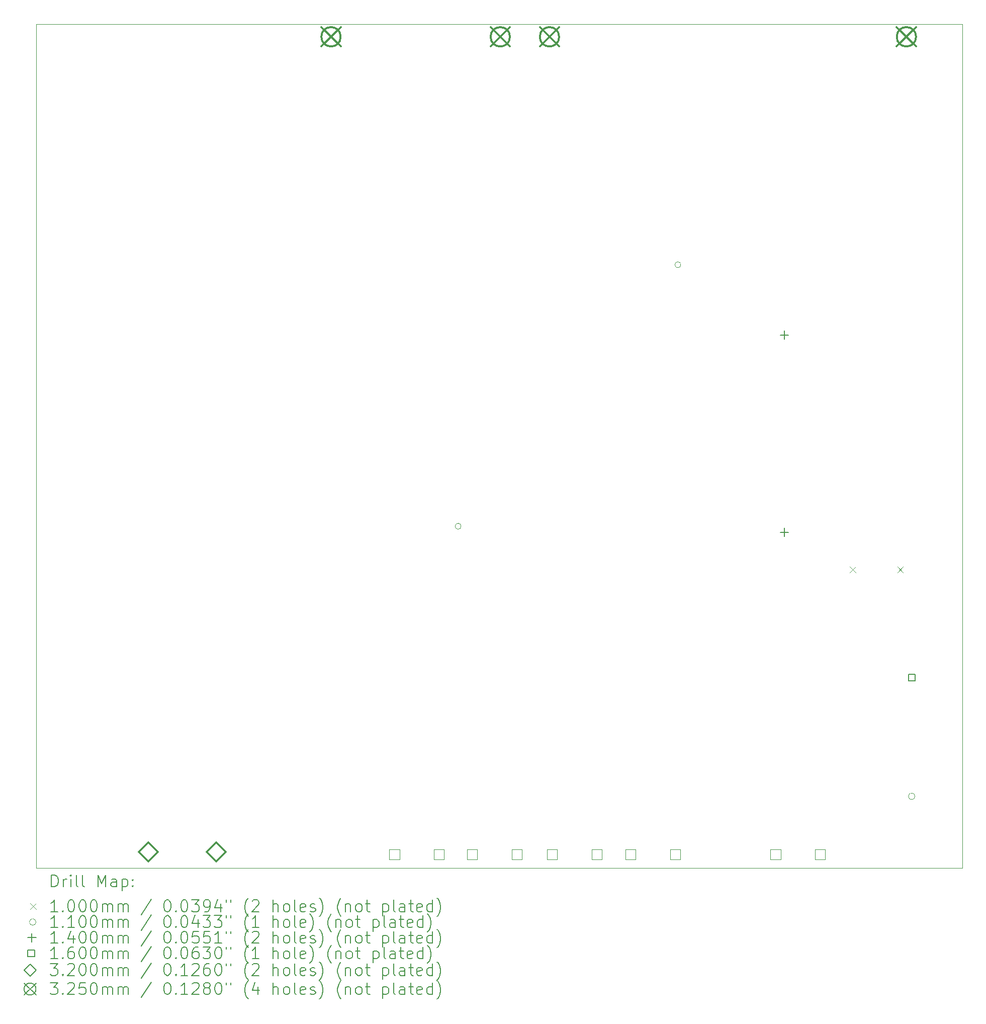
<source format=gbr>
%TF.GenerationSoftware,KiCad,Pcbnew,8.0.0-rc1*%
%TF.CreationDate,2024-05-28T16:40:17+03:00*%
%TF.ProjectId,MXVR_3566,4d585652-5f33-4353-9636-2e6b69636164,REV1*%
%TF.SameCoordinates,Original*%
%TF.FileFunction,Drillmap*%
%TF.FilePolarity,Positive*%
%FSLAX45Y45*%
G04 Gerber Fmt 4.5, Leading zero omitted, Abs format (unit mm)*
G04 Created by KiCad (PCBNEW 8.0.0-rc1) date 2024-05-28 16:40:17*
%MOMM*%
%LPD*%
G01*
G04 APERTURE LIST*
%ADD10C,0.050000*%
%ADD11C,0.200000*%
%ADD12C,0.100000*%
%ADD13C,0.110000*%
%ADD14C,0.140000*%
%ADD15C,0.160000*%
%ADD16C,0.320000*%
%ADD17C,0.325000*%
G04 APERTURE END LIST*
D10*
X4747000Y-2555000D02*
X20347000Y-2555000D01*
X20347000Y-16755000D01*
X4747000Y-16755000D01*
X4747000Y-2555000D01*
X11903500Y-11002000D02*
G75*
G02*
X11803500Y-11002000I-50000J0D01*
G01*
X11803500Y-11002000D02*
G75*
G02*
X11903500Y-11002000I50000J0D01*
G01*
X15603500Y-6602000D02*
G75*
G02*
X15503500Y-6602000I-50000J0D01*
G01*
X15503500Y-6602000D02*
G75*
G02*
X15603500Y-6602000I50000J0D01*
G01*
X17114000Y-16607001D02*
X17284000Y-16607001D01*
X17284000Y-16437001D01*
X17114000Y-16437001D01*
X17114000Y-16607001D01*
X17864000Y-16607001D02*
X18034000Y-16607001D01*
X18034000Y-16437001D01*
X17864000Y-16437001D01*
X17864000Y-16607001D01*
X10696000Y-16607001D02*
X10866000Y-16607001D01*
X10866000Y-16437001D01*
X10696000Y-16437001D01*
X10696000Y-16607001D01*
X11446000Y-16607001D02*
X11616000Y-16607001D01*
X11616000Y-16437001D01*
X11446000Y-16437001D01*
X11446000Y-16607001D01*
X14672000Y-16607001D02*
X14842000Y-16607001D01*
X14842000Y-16437001D01*
X14672000Y-16437001D01*
X14672000Y-16607001D01*
X15422000Y-16607001D02*
X15592000Y-16607001D01*
X15592000Y-16437001D01*
X15422000Y-16437001D01*
X15422000Y-16607001D01*
X12005000Y-16607001D02*
X12175000Y-16607001D01*
X12175000Y-16437001D01*
X12005000Y-16437001D01*
X12005000Y-16607001D01*
X12755000Y-16607001D02*
X12925000Y-16607001D01*
X12925000Y-16437001D01*
X12755000Y-16437001D01*
X12755000Y-16607001D01*
X13352000Y-16607001D02*
X13522000Y-16607001D01*
X13522000Y-16437001D01*
X13352000Y-16437001D01*
X13352000Y-16607001D01*
X14102000Y-16607001D02*
X14272000Y-16607001D01*
X14272000Y-16437001D01*
X14102000Y-16437001D01*
X14102000Y-16607001D01*
D11*
D12*
X18450000Y-11680000D02*
X18550000Y-11780000D01*
X18550000Y-11680000D02*
X18450000Y-11780000D01*
X19248000Y-11680000D02*
X19348000Y-11780000D01*
X19348000Y-11680000D02*
X19248000Y-11780000D01*
D13*
X19545990Y-15546500D02*
G75*
G02*
X19435990Y-15546500I-55000J0D01*
G01*
X19435990Y-15546500D02*
G75*
G02*
X19545990Y-15546500I55000J0D01*
G01*
D14*
X17348000Y-7713000D02*
X17348000Y-7853000D01*
X17278000Y-7783000D02*
X17418000Y-7783000D01*
X17348000Y-11032000D02*
X17348000Y-11172000D01*
X17278000Y-11102000D02*
X17418000Y-11102000D01*
D15*
X19547559Y-13603069D02*
X19547559Y-13489931D01*
X19434421Y-13489931D01*
X19434421Y-13603069D01*
X19547559Y-13603069D01*
D16*
X6634500Y-16642750D02*
X6794500Y-16482750D01*
X6634500Y-16322750D01*
X6474500Y-16482750D01*
X6634500Y-16642750D01*
X7777500Y-16642750D02*
X7937500Y-16482750D01*
X7777500Y-16322750D01*
X7617500Y-16482750D01*
X7777500Y-16642750D01*
D17*
X9550500Y-2604500D02*
X9875500Y-2929500D01*
X9875500Y-2604500D02*
X9550500Y-2929500D01*
X9875500Y-2767000D02*
G75*
G02*
X9550500Y-2767000I-162500J0D01*
G01*
X9550500Y-2767000D02*
G75*
G02*
X9875500Y-2767000I162500J0D01*
G01*
X12400500Y-2604500D02*
X12725500Y-2929500D01*
X12725500Y-2604500D02*
X12400500Y-2929500D01*
X12725500Y-2767000D02*
G75*
G02*
X12400500Y-2767000I-162500J0D01*
G01*
X12400500Y-2767000D02*
G75*
G02*
X12725500Y-2767000I162500J0D01*
G01*
X13229000Y-2604500D02*
X13554000Y-2929500D01*
X13554000Y-2604500D02*
X13229000Y-2929500D01*
X13554000Y-2767000D02*
G75*
G02*
X13229000Y-2767000I-162500J0D01*
G01*
X13229000Y-2767000D02*
G75*
G02*
X13554000Y-2767000I162500J0D01*
G01*
X19239000Y-2604500D02*
X19564000Y-2929500D01*
X19564000Y-2604500D02*
X19239000Y-2929500D01*
X19564000Y-2767000D02*
G75*
G02*
X19239000Y-2767000I-162500J0D01*
G01*
X19239000Y-2767000D02*
G75*
G02*
X19564000Y-2767000I162500J0D01*
G01*
D11*
X5005277Y-17068984D02*
X5005277Y-16868984D01*
X5005277Y-16868984D02*
X5052896Y-16868984D01*
X5052896Y-16868984D02*
X5081467Y-16878508D01*
X5081467Y-16878508D02*
X5100515Y-16897555D01*
X5100515Y-16897555D02*
X5110039Y-16916603D01*
X5110039Y-16916603D02*
X5119563Y-16954698D01*
X5119563Y-16954698D02*
X5119563Y-16983270D01*
X5119563Y-16983270D02*
X5110039Y-17021365D01*
X5110039Y-17021365D02*
X5100515Y-17040412D01*
X5100515Y-17040412D02*
X5081467Y-17059460D01*
X5081467Y-17059460D02*
X5052896Y-17068984D01*
X5052896Y-17068984D02*
X5005277Y-17068984D01*
X5205277Y-17068984D02*
X5205277Y-16935650D01*
X5205277Y-16973746D02*
X5214801Y-16954698D01*
X5214801Y-16954698D02*
X5224324Y-16945174D01*
X5224324Y-16945174D02*
X5243372Y-16935650D01*
X5243372Y-16935650D02*
X5262420Y-16935650D01*
X5329086Y-17068984D02*
X5329086Y-16935650D01*
X5329086Y-16868984D02*
X5319563Y-16878508D01*
X5319563Y-16878508D02*
X5329086Y-16888031D01*
X5329086Y-16888031D02*
X5338610Y-16878508D01*
X5338610Y-16878508D02*
X5329086Y-16868984D01*
X5329086Y-16868984D02*
X5329086Y-16888031D01*
X5452896Y-17068984D02*
X5433848Y-17059460D01*
X5433848Y-17059460D02*
X5424324Y-17040412D01*
X5424324Y-17040412D02*
X5424324Y-16868984D01*
X5557658Y-17068984D02*
X5538610Y-17059460D01*
X5538610Y-17059460D02*
X5529086Y-17040412D01*
X5529086Y-17040412D02*
X5529086Y-16868984D01*
X5786229Y-17068984D02*
X5786229Y-16868984D01*
X5786229Y-16868984D02*
X5852896Y-17011841D01*
X5852896Y-17011841D02*
X5919562Y-16868984D01*
X5919562Y-16868984D02*
X5919562Y-17068984D01*
X6100515Y-17068984D02*
X6100515Y-16964222D01*
X6100515Y-16964222D02*
X6090991Y-16945174D01*
X6090991Y-16945174D02*
X6071943Y-16935650D01*
X6071943Y-16935650D02*
X6033848Y-16935650D01*
X6033848Y-16935650D02*
X6014801Y-16945174D01*
X6100515Y-17059460D02*
X6081467Y-17068984D01*
X6081467Y-17068984D02*
X6033848Y-17068984D01*
X6033848Y-17068984D02*
X6014801Y-17059460D01*
X6014801Y-17059460D02*
X6005277Y-17040412D01*
X6005277Y-17040412D02*
X6005277Y-17021365D01*
X6005277Y-17021365D02*
X6014801Y-17002317D01*
X6014801Y-17002317D02*
X6033848Y-16992793D01*
X6033848Y-16992793D02*
X6081467Y-16992793D01*
X6081467Y-16992793D02*
X6100515Y-16983270D01*
X6195753Y-16935650D02*
X6195753Y-17135650D01*
X6195753Y-16945174D02*
X6214801Y-16935650D01*
X6214801Y-16935650D02*
X6252896Y-16935650D01*
X6252896Y-16935650D02*
X6271943Y-16945174D01*
X6271943Y-16945174D02*
X6281467Y-16954698D01*
X6281467Y-16954698D02*
X6290991Y-16973746D01*
X6290991Y-16973746D02*
X6290991Y-17030889D01*
X6290991Y-17030889D02*
X6281467Y-17049936D01*
X6281467Y-17049936D02*
X6271943Y-17059460D01*
X6271943Y-17059460D02*
X6252896Y-17068984D01*
X6252896Y-17068984D02*
X6214801Y-17068984D01*
X6214801Y-17068984D02*
X6195753Y-17059460D01*
X6376705Y-17049936D02*
X6386229Y-17059460D01*
X6386229Y-17059460D02*
X6376705Y-17068984D01*
X6376705Y-17068984D02*
X6367182Y-17059460D01*
X6367182Y-17059460D02*
X6376705Y-17049936D01*
X6376705Y-17049936D02*
X6376705Y-17068984D01*
X6376705Y-16945174D02*
X6386229Y-16954698D01*
X6386229Y-16954698D02*
X6376705Y-16964222D01*
X6376705Y-16964222D02*
X6367182Y-16954698D01*
X6367182Y-16954698D02*
X6376705Y-16945174D01*
X6376705Y-16945174D02*
X6376705Y-16964222D01*
D12*
X4644500Y-17347500D02*
X4744500Y-17447500D01*
X4744500Y-17347500D02*
X4644500Y-17447500D01*
D11*
X5110039Y-17488984D02*
X4995753Y-17488984D01*
X5052896Y-17488984D02*
X5052896Y-17288984D01*
X5052896Y-17288984D02*
X5033848Y-17317555D01*
X5033848Y-17317555D02*
X5014801Y-17336603D01*
X5014801Y-17336603D02*
X4995753Y-17346127D01*
X5195753Y-17469936D02*
X5205277Y-17479460D01*
X5205277Y-17479460D02*
X5195753Y-17488984D01*
X5195753Y-17488984D02*
X5186229Y-17479460D01*
X5186229Y-17479460D02*
X5195753Y-17469936D01*
X5195753Y-17469936D02*
X5195753Y-17488984D01*
X5329086Y-17288984D02*
X5348134Y-17288984D01*
X5348134Y-17288984D02*
X5367182Y-17298508D01*
X5367182Y-17298508D02*
X5376705Y-17308031D01*
X5376705Y-17308031D02*
X5386229Y-17327079D01*
X5386229Y-17327079D02*
X5395753Y-17365174D01*
X5395753Y-17365174D02*
X5395753Y-17412793D01*
X5395753Y-17412793D02*
X5386229Y-17450889D01*
X5386229Y-17450889D02*
X5376705Y-17469936D01*
X5376705Y-17469936D02*
X5367182Y-17479460D01*
X5367182Y-17479460D02*
X5348134Y-17488984D01*
X5348134Y-17488984D02*
X5329086Y-17488984D01*
X5329086Y-17488984D02*
X5310039Y-17479460D01*
X5310039Y-17479460D02*
X5300515Y-17469936D01*
X5300515Y-17469936D02*
X5290991Y-17450889D01*
X5290991Y-17450889D02*
X5281467Y-17412793D01*
X5281467Y-17412793D02*
X5281467Y-17365174D01*
X5281467Y-17365174D02*
X5290991Y-17327079D01*
X5290991Y-17327079D02*
X5300515Y-17308031D01*
X5300515Y-17308031D02*
X5310039Y-17298508D01*
X5310039Y-17298508D02*
X5329086Y-17288984D01*
X5519563Y-17288984D02*
X5538610Y-17288984D01*
X5538610Y-17288984D02*
X5557658Y-17298508D01*
X5557658Y-17298508D02*
X5567182Y-17308031D01*
X5567182Y-17308031D02*
X5576705Y-17327079D01*
X5576705Y-17327079D02*
X5586229Y-17365174D01*
X5586229Y-17365174D02*
X5586229Y-17412793D01*
X5586229Y-17412793D02*
X5576705Y-17450889D01*
X5576705Y-17450889D02*
X5567182Y-17469936D01*
X5567182Y-17469936D02*
X5557658Y-17479460D01*
X5557658Y-17479460D02*
X5538610Y-17488984D01*
X5538610Y-17488984D02*
X5519563Y-17488984D01*
X5519563Y-17488984D02*
X5500515Y-17479460D01*
X5500515Y-17479460D02*
X5490991Y-17469936D01*
X5490991Y-17469936D02*
X5481467Y-17450889D01*
X5481467Y-17450889D02*
X5471944Y-17412793D01*
X5471944Y-17412793D02*
X5471944Y-17365174D01*
X5471944Y-17365174D02*
X5481467Y-17327079D01*
X5481467Y-17327079D02*
X5490991Y-17308031D01*
X5490991Y-17308031D02*
X5500515Y-17298508D01*
X5500515Y-17298508D02*
X5519563Y-17288984D01*
X5710039Y-17288984D02*
X5729086Y-17288984D01*
X5729086Y-17288984D02*
X5748134Y-17298508D01*
X5748134Y-17298508D02*
X5757658Y-17308031D01*
X5757658Y-17308031D02*
X5767182Y-17327079D01*
X5767182Y-17327079D02*
X5776705Y-17365174D01*
X5776705Y-17365174D02*
X5776705Y-17412793D01*
X5776705Y-17412793D02*
X5767182Y-17450889D01*
X5767182Y-17450889D02*
X5757658Y-17469936D01*
X5757658Y-17469936D02*
X5748134Y-17479460D01*
X5748134Y-17479460D02*
X5729086Y-17488984D01*
X5729086Y-17488984D02*
X5710039Y-17488984D01*
X5710039Y-17488984D02*
X5690991Y-17479460D01*
X5690991Y-17479460D02*
X5681467Y-17469936D01*
X5681467Y-17469936D02*
X5671943Y-17450889D01*
X5671943Y-17450889D02*
X5662420Y-17412793D01*
X5662420Y-17412793D02*
X5662420Y-17365174D01*
X5662420Y-17365174D02*
X5671943Y-17327079D01*
X5671943Y-17327079D02*
X5681467Y-17308031D01*
X5681467Y-17308031D02*
X5690991Y-17298508D01*
X5690991Y-17298508D02*
X5710039Y-17288984D01*
X5862420Y-17488984D02*
X5862420Y-17355650D01*
X5862420Y-17374698D02*
X5871943Y-17365174D01*
X5871943Y-17365174D02*
X5890991Y-17355650D01*
X5890991Y-17355650D02*
X5919563Y-17355650D01*
X5919563Y-17355650D02*
X5938610Y-17365174D01*
X5938610Y-17365174D02*
X5948134Y-17384222D01*
X5948134Y-17384222D02*
X5948134Y-17488984D01*
X5948134Y-17384222D02*
X5957658Y-17365174D01*
X5957658Y-17365174D02*
X5976705Y-17355650D01*
X5976705Y-17355650D02*
X6005277Y-17355650D01*
X6005277Y-17355650D02*
X6024324Y-17365174D01*
X6024324Y-17365174D02*
X6033848Y-17384222D01*
X6033848Y-17384222D02*
X6033848Y-17488984D01*
X6129086Y-17488984D02*
X6129086Y-17355650D01*
X6129086Y-17374698D02*
X6138610Y-17365174D01*
X6138610Y-17365174D02*
X6157658Y-17355650D01*
X6157658Y-17355650D02*
X6186229Y-17355650D01*
X6186229Y-17355650D02*
X6205277Y-17365174D01*
X6205277Y-17365174D02*
X6214801Y-17384222D01*
X6214801Y-17384222D02*
X6214801Y-17488984D01*
X6214801Y-17384222D02*
X6224324Y-17365174D01*
X6224324Y-17365174D02*
X6243372Y-17355650D01*
X6243372Y-17355650D02*
X6271943Y-17355650D01*
X6271943Y-17355650D02*
X6290991Y-17365174D01*
X6290991Y-17365174D02*
X6300515Y-17384222D01*
X6300515Y-17384222D02*
X6300515Y-17488984D01*
X6690991Y-17279460D02*
X6519563Y-17536603D01*
X6948134Y-17288984D02*
X6967182Y-17288984D01*
X6967182Y-17288984D02*
X6986229Y-17298508D01*
X6986229Y-17298508D02*
X6995753Y-17308031D01*
X6995753Y-17308031D02*
X7005277Y-17327079D01*
X7005277Y-17327079D02*
X7014801Y-17365174D01*
X7014801Y-17365174D02*
X7014801Y-17412793D01*
X7014801Y-17412793D02*
X7005277Y-17450889D01*
X7005277Y-17450889D02*
X6995753Y-17469936D01*
X6995753Y-17469936D02*
X6986229Y-17479460D01*
X6986229Y-17479460D02*
X6967182Y-17488984D01*
X6967182Y-17488984D02*
X6948134Y-17488984D01*
X6948134Y-17488984D02*
X6929086Y-17479460D01*
X6929086Y-17479460D02*
X6919563Y-17469936D01*
X6919563Y-17469936D02*
X6910039Y-17450889D01*
X6910039Y-17450889D02*
X6900515Y-17412793D01*
X6900515Y-17412793D02*
X6900515Y-17365174D01*
X6900515Y-17365174D02*
X6910039Y-17327079D01*
X6910039Y-17327079D02*
X6919563Y-17308031D01*
X6919563Y-17308031D02*
X6929086Y-17298508D01*
X6929086Y-17298508D02*
X6948134Y-17288984D01*
X7100515Y-17469936D02*
X7110039Y-17479460D01*
X7110039Y-17479460D02*
X7100515Y-17488984D01*
X7100515Y-17488984D02*
X7090991Y-17479460D01*
X7090991Y-17479460D02*
X7100515Y-17469936D01*
X7100515Y-17469936D02*
X7100515Y-17488984D01*
X7233848Y-17288984D02*
X7252896Y-17288984D01*
X7252896Y-17288984D02*
X7271944Y-17298508D01*
X7271944Y-17298508D02*
X7281467Y-17308031D01*
X7281467Y-17308031D02*
X7290991Y-17327079D01*
X7290991Y-17327079D02*
X7300515Y-17365174D01*
X7300515Y-17365174D02*
X7300515Y-17412793D01*
X7300515Y-17412793D02*
X7290991Y-17450889D01*
X7290991Y-17450889D02*
X7281467Y-17469936D01*
X7281467Y-17469936D02*
X7271944Y-17479460D01*
X7271944Y-17479460D02*
X7252896Y-17488984D01*
X7252896Y-17488984D02*
X7233848Y-17488984D01*
X7233848Y-17488984D02*
X7214801Y-17479460D01*
X7214801Y-17479460D02*
X7205277Y-17469936D01*
X7205277Y-17469936D02*
X7195753Y-17450889D01*
X7195753Y-17450889D02*
X7186229Y-17412793D01*
X7186229Y-17412793D02*
X7186229Y-17365174D01*
X7186229Y-17365174D02*
X7195753Y-17327079D01*
X7195753Y-17327079D02*
X7205277Y-17308031D01*
X7205277Y-17308031D02*
X7214801Y-17298508D01*
X7214801Y-17298508D02*
X7233848Y-17288984D01*
X7367182Y-17288984D02*
X7490991Y-17288984D01*
X7490991Y-17288984D02*
X7424325Y-17365174D01*
X7424325Y-17365174D02*
X7452896Y-17365174D01*
X7452896Y-17365174D02*
X7471944Y-17374698D01*
X7471944Y-17374698D02*
X7481467Y-17384222D01*
X7481467Y-17384222D02*
X7490991Y-17403270D01*
X7490991Y-17403270D02*
X7490991Y-17450889D01*
X7490991Y-17450889D02*
X7481467Y-17469936D01*
X7481467Y-17469936D02*
X7471944Y-17479460D01*
X7471944Y-17479460D02*
X7452896Y-17488984D01*
X7452896Y-17488984D02*
X7395753Y-17488984D01*
X7395753Y-17488984D02*
X7376706Y-17479460D01*
X7376706Y-17479460D02*
X7367182Y-17469936D01*
X7586229Y-17488984D02*
X7624325Y-17488984D01*
X7624325Y-17488984D02*
X7643372Y-17479460D01*
X7643372Y-17479460D02*
X7652896Y-17469936D01*
X7652896Y-17469936D02*
X7671944Y-17441365D01*
X7671944Y-17441365D02*
X7681467Y-17403270D01*
X7681467Y-17403270D02*
X7681467Y-17327079D01*
X7681467Y-17327079D02*
X7671944Y-17308031D01*
X7671944Y-17308031D02*
X7662420Y-17298508D01*
X7662420Y-17298508D02*
X7643372Y-17288984D01*
X7643372Y-17288984D02*
X7605277Y-17288984D01*
X7605277Y-17288984D02*
X7586229Y-17298508D01*
X7586229Y-17298508D02*
X7576706Y-17308031D01*
X7576706Y-17308031D02*
X7567182Y-17327079D01*
X7567182Y-17327079D02*
X7567182Y-17374698D01*
X7567182Y-17374698D02*
X7576706Y-17393746D01*
X7576706Y-17393746D02*
X7586229Y-17403270D01*
X7586229Y-17403270D02*
X7605277Y-17412793D01*
X7605277Y-17412793D02*
X7643372Y-17412793D01*
X7643372Y-17412793D02*
X7662420Y-17403270D01*
X7662420Y-17403270D02*
X7671944Y-17393746D01*
X7671944Y-17393746D02*
X7681467Y-17374698D01*
X7852896Y-17355650D02*
X7852896Y-17488984D01*
X7805277Y-17279460D02*
X7757658Y-17422317D01*
X7757658Y-17422317D02*
X7881467Y-17422317D01*
X7948134Y-17288984D02*
X7948134Y-17327079D01*
X8024325Y-17288984D02*
X8024325Y-17327079D01*
X8319563Y-17565174D02*
X8310039Y-17555650D01*
X8310039Y-17555650D02*
X8290991Y-17527079D01*
X8290991Y-17527079D02*
X8281468Y-17508031D01*
X8281468Y-17508031D02*
X8271944Y-17479460D01*
X8271944Y-17479460D02*
X8262420Y-17431841D01*
X8262420Y-17431841D02*
X8262420Y-17393746D01*
X8262420Y-17393746D02*
X8271944Y-17346127D01*
X8271944Y-17346127D02*
X8281468Y-17317555D01*
X8281468Y-17317555D02*
X8290991Y-17298508D01*
X8290991Y-17298508D02*
X8310039Y-17269936D01*
X8310039Y-17269936D02*
X8319563Y-17260412D01*
X8386229Y-17308031D02*
X8395753Y-17298508D01*
X8395753Y-17298508D02*
X8414801Y-17288984D01*
X8414801Y-17288984D02*
X8462420Y-17288984D01*
X8462420Y-17288984D02*
X8481468Y-17298508D01*
X8481468Y-17298508D02*
X8490991Y-17308031D01*
X8490991Y-17308031D02*
X8500515Y-17327079D01*
X8500515Y-17327079D02*
X8500515Y-17346127D01*
X8500515Y-17346127D02*
X8490991Y-17374698D01*
X8490991Y-17374698D02*
X8376706Y-17488984D01*
X8376706Y-17488984D02*
X8500515Y-17488984D01*
X8738611Y-17488984D02*
X8738611Y-17288984D01*
X8824325Y-17488984D02*
X8824325Y-17384222D01*
X8824325Y-17384222D02*
X8814801Y-17365174D01*
X8814801Y-17365174D02*
X8795753Y-17355650D01*
X8795753Y-17355650D02*
X8767182Y-17355650D01*
X8767182Y-17355650D02*
X8748134Y-17365174D01*
X8748134Y-17365174D02*
X8738611Y-17374698D01*
X8948134Y-17488984D02*
X8929087Y-17479460D01*
X8929087Y-17479460D02*
X8919563Y-17469936D01*
X8919563Y-17469936D02*
X8910039Y-17450889D01*
X8910039Y-17450889D02*
X8910039Y-17393746D01*
X8910039Y-17393746D02*
X8919563Y-17374698D01*
X8919563Y-17374698D02*
X8929087Y-17365174D01*
X8929087Y-17365174D02*
X8948134Y-17355650D01*
X8948134Y-17355650D02*
X8976706Y-17355650D01*
X8976706Y-17355650D02*
X8995753Y-17365174D01*
X8995753Y-17365174D02*
X9005277Y-17374698D01*
X9005277Y-17374698D02*
X9014801Y-17393746D01*
X9014801Y-17393746D02*
X9014801Y-17450889D01*
X9014801Y-17450889D02*
X9005277Y-17469936D01*
X9005277Y-17469936D02*
X8995753Y-17479460D01*
X8995753Y-17479460D02*
X8976706Y-17488984D01*
X8976706Y-17488984D02*
X8948134Y-17488984D01*
X9129087Y-17488984D02*
X9110039Y-17479460D01*
X9110039Y-17479460D02*
X9100515Y-17460412D01*
X9100515Y-17460412D02*
X9100515Y-17288984D01*
X9281468Y-17479460D02*
X9262420Y-17488984D01*
X9262420Y-17488984D02*
X9224325Y-17488984D01*
X9224325Y-17488984D02*
X9205277Y-17479460D01*
X9205277Y-17479460D02*
X9195753Y-17460412D01*
X9195753Y-17460412D02*
X9195753Y-17384222D01*
X9195753Y-17384222D02*
X9205277Y-17365174D01*
X9205277Y-17365174D02*
X9224325Y-17355650D01*
X9224325Y-17355650D02*
X9262420Y-17355650D01*
X9262420Y-17355650D02*
X9281468Y-17365174D01*
X9281468Y-17365174D02*
X9290992Y-17384222D01*
X9290992Y-17384222D02*
X9290992Y-17403270D01*
X9290992Y-17403270D02*
X9195753Y-17422317D01*
X9367182Y-17479460D02*
X9386230Y-17488984D01*
X9386230Y-17488984D02*
X9424325Y-17488984D01*
X9424325Y-17488984D02*
X9443373Y-17479460D01*
X9443373Y-17479460D02*
X9452896Y-17460412D01*
X9452896Y-17460412D02*
X9452896Y-17450889D01*
X9452896Y-17450889D02*
X9443373Y-17431841D01*
X9443373Y-17431841D02*
X9424325Y-17422317D01*
X9424325Y-17422317D02*
X9395753Y-17422317D01*
X9395753Y-17422317D02*
X9376706Y-17412793D01*
X9376706Y-17412793D02*
X9367182Y-17393746D01*
X9367182Y-17393746D02*
X9367182Y-17384222D01*
X9367182Y-17384222D02*
X9376706Y-17365174D01*
X9376706Y-17365174D02*
X9395753Y-17355650D01*
X9395753Y-17355650D02*
X9424325Y-17355650D01*
X9424325Y-17355650D02*
X9443373Y-17365174D01*
X9519563Y-17565174D02*
X9529087Y-17555650D01*
X9529087Y-17555650D02*
X9548134Y-17527079D01*
X9548134Y-17527079D02*
X9557658Y-17508031D01*
X9557658Y-17508031D02*
X9567182Y-17479460D01*
X9567182Y-17479460D02*
X9576706Y-17431841D01*
X9576706Y-17431841D02*
X9576706Y-17393746D01*
X9576706Y-17393746D02*
X9567182Y-17346127D01*
X9567182Y-17346127D02*
X9557658Y-17317555D01*
X9557658Y-17317555D02*
X9548134Y-17298508D01*
X9548134Y-17298508D02*
X9529087Y-17269936D01*
X9529087Y-17269936D02*
X9519563Y-17260412D01*
X9881468Y-17565174D02*
X9871944Y-17555650D01*
X9871944Y-17555650D02*
X9852896Y-17527079D01*
X9852896Y-17527079D02*
X9843373Y-17508031D01*
X9843373Y-17508031D02*
X9833849Y-17479460D01*
X9833849Y-17479460D02*
X9824325Y-17431841D01*
X9824325Y-17431841D02*
X9824325Y-17393746D01*
X9824325Y-17393746D02*
X9833849Y-17346127D01*
X9833849Y-17346127D02*
X9843373Y-17317555D01*
X9843373Y-17317555D02*
X9852896Y-17298508D01*
X9852896Y-17298508D02*
X9871944Y-17269936D01*
X9871944Y-17269936D02*
X9881468Y-17260412D01*
X9957658Y-17355650D02*
X9957658Y-17488984D01*
X9957658Y-17374698D02*
X9967182Y-17365174D01*
X9967182Y-17365174D02*
X9986230Y-17355650D01*
X9986230Y-17355650D02*
X10014801Y-17355650D01*
X10014801Y-17355650D02*
X10033849Y-17365174D01*
X10033849Y-17365174D02*
X10043373Y-17384222D01*
X10043373Y-17384222D02*
X10043373Y-17488984D01*
X10167182Y-17488984D02*
X10148134Y-17479460D01*
X10148134Y-17479460D02*
X10138611Y-17469936D01*
X10138611Y-17469936D02*
X10129087Y-17450889D01*
X10129087Y-17450889D02*
X10129087Y-17393746D01*
X10129087Y-17393746D02*
X10138611Y-17374698D01*
X10138611Y-17374698D02*
X10148134Y-17365174D01*
X10148134Y-17365174D02*
X10167182Y-17355650D01*
X10167182Y-17355650D02*
X10195754Y-17355650D01*
X10195754Y-17355650D02*
X10214801Y-17365174D01*
X10214801Y-17365174D02*
X10224325Y-17374698D01*
X10224325Y-17374698D02*
X10233849Y-17393746D01*
X10233849Y-17393746D02*
X10233849Y-17450889D01*
X10233849Y-17450889D02*
X10224325Y-17469936D01*
X10224325Y-17469936D02*
X10214801Y-17479460D01*
X10214801Y-17479460D02*
X10195754Y-17488984D01*
X10195754Y-17488984D02*
X10167182Y-17488984D01*
X10290992Y-17355650D02*
X10367182Y-17355650D01*
X10319563Y-17288984D02*
X10319563Y-17460412D01*
X10319563Y-17460412D02*
X10329087Y-17479460D01*
X10329087Y-17479460D02*
X10348134Y-17488984D01*
X10348134Y-17488984D02*
X10367182Y-17488984D01*
X10586230Y-17355650D02*
X10586230Y-17555650D01*
X10586230Y-17365174D02*
X10605277Y-17355650D01*
X10605277Y-17355650D02*
X10643373Y-17355650D01*
X10643373Y-17355650D02*
X10662420Y-17365174D01*
X10662420Y-17365174D02*
X10671944Y-17374698D01*
X10671944Y-17374698D02*
X10681468Y-17393746D01*
X10681468Y-17393746D02*
X10681468Y-17450889D01*
X10681468Y-17450889D02*
X10671944Y-17469936D01*
X10671944Y-17469936D02*
X10662420Y-17479460D01*
X10662420Y-17479460D02*
X10643373Y-17488984D01*
X10643373Y-17488984D02*
X10605277Y-17488984D01*
X10605277Y-17488984D02*
X10586230Y-17479460D01*
X10795754Y-17488984D02*
X10776706Y-17479460D01*
X10776706Y-17479460D02*
X10767182Y-17460412D01*
X10767182Y-17460412D02*
X10767182Y-17288984D01*
X10957658Y-17488984D02*
X10957658Y-17384222D01*
X10957658Y-17384222D02*
X10948135Y-17365174D01*
X10948135Y-17365174D02*
X10929087Y-17355650D01*
X10929087Y-17355650D02*
X10890992Y-17355650D01*
X10890992Y-17355650D02*
X10871944Y-17365174D01*
X10957658Y-17479460D02*
X10938611Y-17488984D01*
X10938611Y-17488984D02*
X10890992Y-17488984D01*
X10890992Y-17488984D02*
X10871944Y-17479460D01*
X10871944Y-17479460D02*
X10862420Y-17460412D01*
X10862420Y-17460412D02*
X10862420Y-17441365D01*
X10862420Y-17441365D02*
X10871944Y-17422317D01*
X10871944Y-17422317D02*
X10890992Y-17412793D01*
X10890992Y-17412793D02*
X10938611Y-17412793D01*
X10938611Y-17412793D02*
X10957658Y-17403270D01*
X11024325Y-17355650D02*
X11100515Y-17355650D01*
X11052896Y-17288984D02*
X11052896Y-17460412D01*
X11052896Y-17460412D02*
X11062420Y-17479460D01*
X11062420Y-17479460D02*
X11081468Y-17488984D01*
X11081468Y-17488984D02*
X11100515Y-17488984D01*
X11243373Y-17479460D02*
X11224325Y-17488984D01*
X11224325Y-17488984D02*
X11186230Y-17488984D01*
X11186230Y-17488984D02*
X11167182Y-17479460D01*
X11167182Y-17479460D02*
X11157658Y-17460412D01*
X11157658Y-17460412D02*
X11157658Y-17384222D01*
X11157658Y-17384222D02*
X11167182Y-17365174D01*
X11167182Y-17365174D02*
X11186230Y-17355650D01*
X11186230Y-17355650D02*
X11224325Y-17355650D01*
X11224325Y-17355650D02*
X11243373Y-17365174D01*
X11243373Y-17365174D02*
X11252896Y-17384222D01*
X11252896Y-17384222D02*
X11252896Y-17403270D01*
X11252896Y-17403270D02*
X11157658Y-17422317D01*
X11424325Y-17488984D02*
X11424325Y-17288984D01*
X11424325Y-17479460D02*
X11405277Y-17488984D01*
X11405277Y-17488984D02*
X11367182Y-17488984D01*
X11367182Y-17488984D02*
X11348134Y-17479460D01*
X11348134Y-17479460D02*
X11338611Y-17469936D01*
X11338611Y-17469936D02*
X11329087Y-17450889D01*
X11329087Y-17450889D02*
X11329087Y-17393746D01*
X11329087Y-17393746D02*
X11338611Y-17374698D01*
X11338611Y-17374698D02*
X11348134Y-17365174D01*
X11348134Y-17365174D02*
X11367182Y-17355650D01*
X11367182Y-17355650D02*
X11405277Y-17355650D01*
X11405277Y-17355650D02*
X11424325Y-17365174D01*
X11500515Y-17565174D02*
X11510039Y-17555650D01*
X11510039Y-17555650D02*
X11529087Y-17527079D01*
X11529087Y-17527079D02*
X11538611Y-17508031D01*
X11538611Y-17508031D02*
X11548134Y-17479460D01*
X11548134Y-17479460D02*
X11557658Y-17431841D01*
X11557658Y-17431841D02*
X11557658Y-17393746D01*
X11557658Y-17393746D02*
X11548134Y-17346127D01*
X11548134Y-17346127D02*
X11538611Y-17317555D01*
X11538611Y-17317555D02*
X11529087Y-17298508D01*
X11529087Y-17298508D02*
X11510039Y-17269936D01*
X11510039Y-17269936D02*
X11500515Y-17260412D01*
D13*
X4744500Y-17661500D02*
G75*
G02*
X4634500Y-17661500I-55000J0D01*
G01*
X4634500Y-17661500D02*
G75*
G02*
X4744500Y-17661500I55000J0D01*
G01*
D11*
X5110039Y-17752984D02*
X4995753Y-17752984D01*
X5052896Y-17752984D02*
X5052896Y-17552984D01*
X5052896Y-17552984D02*
X5033848Y-17581555D01*
X5033848Y-17581555D02*
X5014801Y-17600603D01*
X5014801Y-17600603D02*
X4995753Y-17610127D01*
X5195753Y-17733936D02*
X5205277Y-17743460D01*
X5205277Y-17743460D02*
X5195753Y-17752984D01*
X5195753Y-17752984D02*
X5186229Y-17743460D01*
X5186229Y-17743460D02*
X5195753Y-17733936D01*
X5195753Y-17733936D02*
X5195753Y-17752984D01*
X5395753Y-17752984D02*
X5281467Y-17752984D01*
X5338610Y-17752984D02*
X5338610Y-17552984D01*
X5338610Y-17552984D02*
X5319563Y-17581555D01*
X5319563Y-17581555D02*
X5300515Y-17600603D01*
X5300515Y-17600603D02*
X5281467Y-17610127D01*
X5519563Y-17552984D02*
X5538610Y-17552984D01*
X5538610Y-17552984D02*
X5557658Y-17562508D01*
X5557658Y-17562508D02*
X5567182Y-17572031D01*
X5567182Y-17572031D02*
X5576705Y-17591079D01*
X5576705Y-17591079D02*
X5586229Y-17629174D01*
X5586229Y-17629174D02*
X5586229Y-17676793D01*
X5586229Y-17676793D02*
X5576705Y-17714889D01*
X5576705Y-17714889D02*
X5567182Y-17733936D01*
X5567182Y-17733936D02*
X5557658Y-17743460D01*
X5557658Y-17743460D02*
X5538610Y-17752984D01*
X5538610Y-17752984D02*
X5519563Y-17752984D01*
X5519563Y-17752984D02*
X5500515Y-17743460D01*
X5500515Y-17743460D02*
X5490991Y-17733936D01*
X5490991Y-17733936D02*
X5481467Y-17714889D01*
X5481467Y-17714889D02*
X5471944Y-17676793D01*
X5471944Y-17676793D02*
X5471944Y-17629174D01*
X5471944Y-17629174D02*
X5481467Y-17591079D01*
X5481467Y-17591079D02*
X5490991Y-17572031D01*
X5490991Y-17572031D02*
X5500515Y-17562508D01*
X5500515Y-17562508D02*
X5519563Y-17552984D01*
X5710039Y-17552984D02*
X5729086Y-17552984D01*
X5729086Y-17552984D02*
X5748134Y-17562508D01*
X5748134Y-17562508D02*
X5757658Y-17572031D01*
X5757658Y-17572031D02*
X5767182Y-17591079D01*
X5767182Y-17591079D02*
X5776705Y-17629174D01*
X5776705Y-17629174D02*
X5776705Y-17676793D01*
X5776705Y-17676793D02*
X5767182Y-17714889D01*
X5767182Y-17714889D02*
X5757658Y-17733936D01*
X5757658Y-17733936D02*
X5748134Y-17743460D01*
X5748134Y-17743460D02*
X5729086Y-17752984D01*
X5729086Y-17752984D02*
X5710039Y-17752984D01*
X5710039Y-17752984D02*
X5690991Y-17743460D01*
X5690991Y-17743460D02*
X5681467Y-17733936D01*
X5681467Y-17733936D02*
X5671943Y-17714889D01*
X5671943Y-17714889D02*
X5662420Y-17676793D01*
X5662420Y-17676793D02*
X5662420Y-17629174D01*
X5662420Y-17629174D02*
X5671943Y-17591079D01*
X5671943Y-17591079D02*
X5681467Y-17572031D01*
X5681467Y-17572031D02*
X5690991Y-17562508D01*
X5690991Y-17562508D02*
X5710039Y-17552984D01*
X5862420Y-17752984D02*
X5862420Y-17619650D01*
X5862420Y-17638698D02*
X5871943Y-17629174D01*
X5871943Y-17629174D02*
X5890991Y-17619650D01*
X5890991Y-17619650D02*
X5919563Y-17619650D01*
X5919563Y-17619650D02*
X5938610Y-17629174D01*
X5938610Y-17629174D02*
X5948134Y-17648222D01*
X5948134Y-17648222D02*
X5948134Y-17752984D01*
X5948134Y-17648222D02*
X5957658Y-17629174D01*
X5957658Y-17629174D02*
X5976705Y-17619650D01*
X5976705Y-17619650D02*
X6005277Y-17619650D01*
X6005277Y-17619650D02*
X6024324Y-17629174D01*
X6024324Y-17629174D02*
X6033848Y-17648222D01*
X6033848Y-17648222D02*
X6033848Y-17752984D01*
X6129086Y-17752984D02*
X6129086Y-17619650D01*
X6129086Y-17638698D02*
X6138610Y-17629174D01*
X6138610Y-17629174D02*
X6157658Y-17619650D01*
X6157658Y-17619650D02*
X6186229Y-17619650D01*
X6186229Y-17619650D02*
X6205277Y-17629174D01*
X6205277Y-17629174D02*
X6214801Y-17648222D01*
X6214801Y-17648222D02*
X6214801Y-17752984D01*
X6214801Y-17648222D02*
X6224324Y-17629174D01*
X6224324Y-17629174D02*
X6243372Y-17619650D01*
X6243372Y-17619650D02*
X6271943Y-17619650D01*
X6271943Y-17619650D02*
X6290991Y-17629174D01*
X6290991Y-17629174D02*
X6300515Y-17648222D01*
X6300515Y-17648222D02*
X6300515Y-17752984D01*
X6690991Y-17543460D02*
X6519563Y-17800603D01*
X6948134Y-17552984D02*
X6967182Y-17552984D01*
X6967182Y-17552984D02*
X6986229Y-17562508D01*
X6986229Y-17562508D02*
X6995753Y-17572031D01*
X6995753Y-17572031D02*
X7005277Y-17591079D01*
X7005277Y-17591079D02*
X7014801Y-17629174D01*
X7014801Y-17629174D02*
X7014801Y-17676793D01*
X7014801Y-17676793D02*
X7005277Y-17714889D01*
X7005277Y-17714889D02*
X6995753Y-17733936D01*
X6995753Y-17733936D02*
X6986229Y-17743460D01*
X6986229Y-17743460D02*
X6967182Y-17752984D01*
X6967182Y-17752984D02*
X6948134Y-17752984D01*
X6948134Y-17752984D02*
X6929086Y-17743460D01*
X6929086Y-17743460D02*
X6919563Y-17733936D01*
X6919563Y-17733936D02*
X6910039Y-17714889D01*
X6910039Y-17714889D02*
X6900515Y-17676793D01*
X6900515Y-17676793D02*
X6900515Y-17629174D01*
X6900515Y-17629174D02*
X6910039Y-17591079D01*
X6910039Y-17591079D02*
X6919563Y-17572031D01*
X6919563Y-17572031D02*
X6929086Y-17562508D01*
X6929086Y-17562508D02*
X6948134Y-17552984D01*
X7100515Y-17733936D02*
X7110039Y-17743460D01*
X7110039Y-17743460D02*
X7100515Y-17752984D01*
X7100515Y-17752984D02*
X7090991Y-17743460D01*
X7090991Y-17743460D02*
X7100515Y-17733936D01*
X7100515Y-17733936D02*
X7100515Y-17752984D01*
X7233848Y-17552984D02*
X7252896Y-17552984D01*
X7252896Y-17552984D02*
X7271944Y-17562508D01*
X7271944Y-17562508D02*
X7281467Y-17572031D01*
X7281467Y-17572031D02*
X7290991Y-17591079D01*
X7290991Y-17591079D02*
X7300515Y-17629174D01*
X7300515Y-17629174D02*
X7300515Y-17676793D01*
X7300515Y-17676793D02*
X7290991Y-17714889D01*
X7290991Y-17714889D02*
X7281467Y-17733936D01*
X7281467Y-17733936D02*
X7271944Y-17743460D01*
X7271944Y-17743460D02*
X7252896Y-17752984D01*
X7252896Y-17752984D02*
X7233848Y-17752984D01*
X7233848Y-17752984D02*
X7214801Y-17743460D01*
X7214801Y-17743460D02*
X7205277Y-17733936D01*
X7205277Y-17733936D02*
X7195753Y-17714889D01*
X7195753Y-17714889D02*
X7186229Y-17676793D01*
X7186229Y-17676793D02*
X7186229Y-17629174D01*
X7186229Y-17629174D02*
X7195753Y-17591079D01*
X7195753Y-17591079D02*
X7205277Y-17572031D01*
X7205277Y-17572031D02*
X7214801Y-17562508D01*
X7214801Y-17562508D02*
X7233848Y-17552984D01*
X7471944Y-17619650D02*
X7471944Y-17752984D01*
X7424325Y-17543460D02*
X7376706Y-17686317D01*
X7376706Y-17686317D02*
X7500515Y-17686317D01*
X7557658Y-17552984D02*
X7681467Y-17552984D01*
X7681467Y-17552984D02*
X7614801Y-17629174D01*
X7614801Y-17629174D02*
X7643372Y-17629174D01*
X7643372Y-17629174D02*
X7662420Y-17638698D01*
X7662420Y-17638698D02*
X7671944Y-17648222D01*
X7671944Y-17648222D02*
X7681467Y-17667270D01*
X7681467Y-17667270D02*
X7681467Y-17714889D01*
X7681467Y-17714889D02*
X7671944Y-17733936D01*
X7671944Y-17733936D02*
X7662420Y-17743460D01*
X7662420Y-17743460D02*
X7643372Y-17752984D01*
X7643372Y-17752984D02*
X7586229Y-17752984D01*
X7586229Y-17752984D02*
X7567182Y-17743460D01*
X7567182Y-17743460D02*
X7557658Y-17733936D01*
X7748134Y-17552984D02*
X7871944Y-17552984D01*
X7871944Y-17552984D02*
X7805277Y-17629174D01*
X7805277Y-17629174D02*
X7833848Y-17629174D01*
X7833848Y-17629174D02*
X7852896Y-17638698D01*
X7852896Y-17638698D02*
X7862420Y-17648222D01*
X7862420Y-17648222D02*
X7871944Y-17667270D01*
X7871944Y-17667270D02*
X7871944Y-17714889D01*
X7871944Y-17714889D02*
X7862420Y-17733936D01*
X7862420Y-17733936D02*
X7852896Y-17743460D01*
X7852896Y-17743460D02*
X7833848Y-17752984D01*
X7833848Y-17752984D02*
X7776706Y-17752984D01*
X7776706Y-17752984D02*
X7757658Y-17743460D01*
X7757658Y-17743460D02*
X7748134Y-17733936D01*
X7948134Y-17552984D02*
X7948134Y-17591079D01*
X8024325Y-17552984D02*
X8024325Y-17591079D01*
X8319563Y-17829174D02*
X8310039Y-17819650D01*
X8310039Y-17819650D02*
X8290991Y-17791079D01*
X8290991Y-17791079D02*
X8281468Y-17772031D01*
X8281468Y-17772031D02*
X8271944Y-17743460D01*
X8271944Y-17743460D02*
X8262420Y-17695841D01*
X8262420Y-17695841D02*
X8262420Y-17657746D01*
X8262420Y-17657746D02*
X8271944Y-17610127D01*
X8271944Y-17610127D02*
X8281468Y-17581555D01*
X8281468Y-17581555D02*
X8290991Y-17562508D01*
X8290991Y-17562508D02*
X8310039Y-17533936D01*
X8310039Y-17533936D02*
X8319563Y-17524412D01*
X8500515Y-17752984D02*
X8386229Y-17752984D01*
X8443372Y-17752984D02*
X8443372Y-17552984D01*
X8443372Y-17552984D02*
X8424325Y-17581555D01*
X8424325Y-17581555D02*
X8405277Y-17600603D01*
X8405277Y-17600603D02*
X8386229Y-17610127D01*
X8738611Y-17752984D02*
X8738611Y-17552984D01*
X8824325Y-17752984D02*
X8824325Y-17648222D01*
X8824325Y-17648222D02*
X8814801Y-17629174D01*
X8814801Y-17629174D02*
X8795753Y-17619650D01*
X8795753Y-17619650D02*
X8767182Y-17619650D01*
X8767182Y-17619650D02*
X8748134Y-17629174D01*
X8748134Y-17629174D02*
X8738611Y-17638698D01*
X8948134Y-17752984D02*
X8929087Y-17743460D01*
X8929087Y-17743460D02*
X8919563Y-17733936D01*
X8919563Y-17733936D02*
X8910039Y-17714889D01*
X8910039Y-17714889D02*
X8910039Y-17657746D01*
X8910039Y-17657746D02*
X8919563Y-17638698D01*
X8919563Y-17638698D02*
X8929087Y-17629174D01*
X8929087Y-17629174D02*
X8948134Y-17619650D01*
X8948134Y-17619650D02*
X8976706Y-17619650D01*
X8976706Y-17619650D02*
X8995753Y-17629174D01*
X8995753Y-17629174D02*
X9005277Y-17638698D01*
X9005277Y-17638698D02*
X9014801Y-17657746D01*
X9014801Y-17657746D02*
X9014801Y-17714889D01*
X9014801Y-17714889D02*
X9005277Y-17733936D01*
X9005277Y-17733936D02*
X8995753Y-17743460D01*
X8995753Y-17743460D02*
X8976706Y-17752984D01*
X8976706Y-17752984D02*
X8948134Y-17752984D01*
X9129087Y-17752984D02*
X9110039Y-17743460D01*
X9110039Y-17743460D02*
X9100515Y-17724412D01*
X9100515Y-17724412D02*
X9100515Y-17552984D01*
X9281468Y-17743460D02*
X9262420Y-17752984D01*
X9262420Y-17752984D02*
X9224325Y-17752984D01*
X9224325Y-17752984D02*
X9205277Y-17743460D01*
X9205277Y-17743460D02*
X9195753Y-17724412D01*
X9195753Y-17724412D02*
X9195753Y-17648222D01*
X9195753Y-17648222D02*
X9205277Y-17629174D01*
X9205277Y-17629174D02*
X9224325Y-17619650D01*
X9224325Y-17619650D02*
X9262420Y-17619650D01*
X9262420Y-17619650D02*
X9281468Y-17629174D01*
X9281468Y-17629174D02*
X9290992Y-17648222D01*
X9290992Y-17648222D02*
X9290992Y-17667270D01*
X9290992Y-17667270D02*
X9195753Y-17686317D01*
X9357658Y-17829174D02*
X9367182Y-17819650D01*
X9367182Y-17819650D02*
X9386230Y-17791079D01*
X9386230Y-17791079D02*
X9395753Y-17772031D01*
X9395753Y-17772031D02*
X9405277Y-17743460D01*
X9405277Y-17743460D02*
X9414801Y-17695841D01*
X9414801Y-17695841D02*
X9414801Y-17657746D01*
X9414801Y-17657746D02*
X9405277Y-17610127D01*
X9405277Y-17610127D02*
X9395753Y-17581555D01*
X9395753Y-17581555D02*
X9386230Y-17562508D01*
X9386230Y-17562508D02*
X9367182Y-17533936D01*
X9367182Y-17533936D02*
X9357658Y-17524412D01*
X9719563Y-17829174D02*
X9710039Y-17819650D01*
X9710039Y-17819650D02*
X9690992Y-17791079D01*
X9690992Y-17791079D02*
X9681468Y-17772031D01*
X9681468Y-17772031D02*
X9671944Y-17743460D01*
X9671944Y-17743460D02*
X9662420Y-17695841D01*
X9662420Y-17695841D02*
X9662420Y-17657746D01*
X9662420Y-17657746D02*
X9671944Y-17610127D01*
X9671944Y-17610127D02*
X9681468Y-17581555D01*
X9681468Y-17581555D02*
X9690992Y-17562508D01*
X9690992Y-17562508D02*
X9710039Y-17533936D01*
X9710039Y-17533936D02*
X9719563Y-17524412D01*
X9795753Y-17619650D02*
X9795753Y-17752984D01*
X9795753Y-17638698D02*
X9805277Y-17629174D01*
X9805277Y-17629174D02*
X9824325Y-17619650D01*
X9824325Y-17619650D02*
X9852896Y-17619650D01*
X9852896Y-17619650D02*
X9871944Y-17629174D01*
X9871944Y-17629174D02*
X9881468Y-17648222D01*
X9881468Y-17648222D02*
X9881468Y-17752984D01*
X10005277Y-17752984D02*
X9986230Y-17743460D01*
X9986230Y-17743460D02*
X9976706Y-17733936D01*
X9976706Y-17733936D02*
X9967182Y-17714889D01*
X9967182Y-17714889D02*
X9967182Y-17657746D01*
X9967182Y-17657746D02*
X9976706Y-17638698D01*
X9976706Y-17638698D02*
X9986230Y-17629174D01*
X9986230Y-17629174D02*
X10005277Y-17619650D01*
X10005277Y-17619650D02*
X10033849Y-17619650D01*
X10033849Y-17619650D02*
X10052896Y-17629174D01*
X10052896Y-17629174D02*
X10062420Y-17638698D01*
X10062420Y-17638698D02*
X10071944Y-17657746D01*
X10071944Y-17657746D02*
X10071944Y-17714889D01*
X10071944Y-17714889D02*
X10062420Y-17733936D01*
X10062420Y-17733936D02*
X10052896Y-17743460D01*
X10052896Y-17743460D02*
X10033849Y-17752984D01*
X10033849Y-17752984D02*
X10005277Y-17752984D01*
X10129087Y-17619650D02*
X10205277Y-17619650D01*
X10157658Y-17552984D02*
X10157658Y-17724412D01*
X10157658Y-17724412D02*
X10167182Y-17743460D01*
X10167182Y-17743460D02*
X10186230Y-17752984D01*
X10186230Y-17752984D02*
X10205277Y-17752984D01*
X10424325Y-17619650D02*
X10424325Y-17819650D01*
X10424325Y-17629174D02*
X10443373Y-17619650D01*
X10443373Y-17619650D02*
X10481468Y-17619650D01*
X10481468Y-17619650D02*
X10500515Y-17629174D01*
X10500515Y-17629174D02*
X10510039Y-17638698D01*
X10510039Y-17638698D02*
X10519563Y-17657746D01*
X10519563Y-17657746D02*
X10519563Y-17714889D01*
X10519563Y-17714889D02*
X10510039Y-17733936D01*
X10510039Y-17733936D02*
X10500515Y-17743460D01*
X10500515Y-17743460D02*
X10481468Y-17752984D01*
X10481468Y-17752984D02*
X10443373Y-17752984D01*
X10443373Y-17752984D02*
X10424325Y-17743460D01*
X10633849Y-17752984D02*
X10614801Y-17743460D01*
X10614801Y-17743460D02*
X10605277Y-17724412D01*
X10605277Y-17724412D02*
X10605277Y-17552984D01*
X10795754Y-17752984D02*
X10795754Y-17648222D01*
X10795754Y-17648222D02*
X10786230Y-17629174D01*
X10786230Y-17629174D02*
X10767182Y-17619650D01*
X10767182Y-17619650D02*
X10729087Y-17619650D01*
X10729087Y-17619650D02*
X10710039Y-17629174D01*
X10795754Y-17743460D02*
X10776706Y-17752984D01*
X10776706Y-17752984D02*
X10729087Y-17752984D01*
X10729087Y-17752984D02*
X10710039Y-17743460D01*
X10710039Y-17743460D02*
X10700515Y-17724412D01*
X10700515Y-17724412D02*
X10700515Y-17705365D01*
X10700515Y-17705365D02*
X10710039Y-17686317D01*
X10710039Y-17686317D02*
X10729087Y-17676793D01*
X10729087Y-17676793D02*
X10776706Y-17676793D01*
X10776706Y-17676793D02*
X10795754Y-17667270D01*
X10862420Y-17619650D02*
X10938611Y-17619650D01*
X10890992Y-17552984D02*
X10890992Y-17724412D01*
X10890992Y-17724412D02*
X10900515Y-17743460D01*
X10900515Y-17743460D02*
X10919563Y-17752984D01*
X10919563Y-17752984D02*
X10938611Y-17752984D01*
X11081468Y-17743460D02*
X11062420Y-17752984D01*
X11062420Y-17752984D02*
X11024325Y-17752984D01*
X11024325Y-17752984D02*
X11005277Y-17743460D01*
X11005277Y-17743460D02*
X10995754Y-17724412D01*
X10995754Y-17724412D02*
X10995754Y-17648222D01*
X10995754Y-17648222D02*
X11005277Y-17629174D01*
X11005277Y-17629174D02*
X11024325Y-17619650D01*
X11024325Y-17619650D02*
X11062420Y-17619650D01*
X11062420Y-17619650D02*
X11081468Y-17629174D01*
X11081468Y-17629174D02*
X11090992Y-17648222D01*
X11090992Y-17648222D02*
X11090992Y-17667270D01*
X11090992Y-17667270D02*
X10995754Y-17686317D01*
X11262420Y-17752984D02*
X11262420Y-17552984D01*
X11262420Y-17743460D02*
X11243373Y-17752984D01*
X11243373Y-17752984D02*
X11205277Y-17752984D01*
X11205277Y-17752984D02*
X11186230Y-17743460D01*
X11186230Y-17743460D02*
X11176706Y-17733936D01*
X11176706Y-17733936D02*
X11167182Y-17714889D01*
X11167182Y-17714889D02*
X11167182Y-17657746D01*
X11167182Y-17657746D02*
X11176706Y-17638698D01*
X11176706Y-17638698D02*
X11186230Y-17629174D01*
X11186230Y-17629174D02*
X11205277Y-17619650D01*
X11205277Y-17619650D02*
X11243373Y-17619650D01*
X11243373Y-17619650D02*
X11262420Y-17629174D01*
X11338611Y-17829174D02*
X11348134Y-17819650D01*
X11348134Y-17819650D02*
X11367182Y-17791079D01*
X11367182Y-17791079D02*
X11376706Y-17772031D01*
X11376706Y-17772031D02*
X11386230Y-17743460D01*
X11386230Y-17743460D02*
X11395753Y-17695841D01*
X11395753Y-17695841D02*
X11395753Y-17657746D01*
X11395753Y-17657746D02*
X11386230Y-17610127D01*
X11386230Y-17610127D02*
X11376706Y-17581555D01*
X11376706Y-17581555D02*
X11367182Y-17562508D01*
X11367182Y-17562508D02*
X11348134Y-17533936D01*
X11348134Y-17533936D02*
X11338611Y-17524412D01*
D14*
X4674500Y-17855500D02*
X4674500Y-17995500D01*
X4604500Y-17925500D02*
X4744500Y-17925500D01*
D11*
X5110039Y-18016984D02*
X4995753Y-18016984D01*
X5052896Y-18016984D02*
X5052896Y-17816984D01*
X5052896Y-17816984D02*
X5033848Y-17845555D01*
X5033848Y-17845555D02*
X5014801Y-17864603D01*
X5014801Y-17864603D02*
X4995753Y-17874127D01*
X5195753Y-17997936D02*
X5205277Y-18007460D01*
X5205277Y-18007460D02*
X5195753Y-18016984D01*
X5195753Y-18016984D02*
X5186229Y-18007460D01*
X5186229Y-18007460D02*
X5195753Y-17997936D01*
X5195753Y-17997936D02*
X5195753Y-18016984D01*
X5376705Y-17883650D02*
X5376705Y-18016984D01*
X5329086Y-17807460D02*
X5281467Y-17950317D01*
X5281467Y-17950317D02*
X5405277Y-17950317D01*
X5519563Y-17816984D02*
X5538610Y-17816984D01*
X5538610Y-17816984D02*
X5557658Y-17826508D01*
X5557658Y-17826508D02*
X5567182Y-17836031D01*
X5567182Y-17836031D02*
X5576705Y-17855079D01*
X5576705Y-17855079D02*
X5586229Y-17893174D01*
X5586229Y-17893174D02*
X5586229Y-17940793D01*
X5586229Y-17940793D02*
X5576705Y-17978889D01*
X5576705Y-17978889D02*
X5567182Y-17997936D01*
X5567182Y-17997936D02*
X5557658Y-18007460D01*
X5557658Y-18007460D02*
X5538610Y-18016984D01*
X5538610Y-18016984D02*
X5519563Y-18016984D01*
X5519563Y-18016984D02*
X5500515Y-18007460D01*
X5500515Y-18007460D02*
X5490991Y-17997936D01*
X5490991Y-17997936D02*
X5481467Y-17978889D01*
X5481467Y-17978889D02*
X5471944Y-17940793D01*
X5471944Y-17940793D02*
X5471944Y-17893174D01*
X5471944Y-17893174D02*
X5481467Y-17855079D01*
X5481467Y-17855079D02*
X5490991Y-17836031D01*
X5490991Y-17836031D02*
X5500515Y-17826508D01*
X5500515Y-17826508D02*
X5519563Y-17816984D01*
X5710039Y-17816984D02*
X5729086Y-17816984D01*
X5729086Y-17816984D02*
X5748134Y-17826508D01*
X5748134Y-17826508D02*
X5757658Y-17836031D01*
X5757658Y-17836031D02*
X5767182Y-17855079D01*
X5767182Y-17855079D02*
X5776705Y-17893174D01*
X5776705Y-17893174D02*
X5776705Y-17940793D01*
X5776705Y-17940793D02*
X5767182Y-17978889D01*
X5767182Y-17978889D02*
X5757658Y-17997936D01*
X5757658Y-17997936D02*
X5748134Y-18007460D01*
X5748134Y-18007460D02*
X5729086Y-18016984D01*
X5729086Y-18016984D02*
X5710039Y-18016984D01*
X5710039Y-18016984D02*
X5690991Y-18007460D01*
X5690991Y-18007460D02*
X5681467Y-17997936D01*
X5681467Y-17997936D02*
X5671943Y-17978889D01*
X5671943Y-17978889D02*
X5662420Y-17940793D01*
X5662420Y-17940793D02*
X5662420Y-17893174D01*
X5662420Y-17893174D02*
X5671943Y-17855079D01*
X5671943Y-17855079D02*
X5681467Y-17836031D01*
X5681467Y-17836031D02*
X5690991Y-17826508D01*
X5690991Y-17826508D02*
X5710039Y-17816984D01*
X5862420Y-18016984D02*
X5862420Y-17883650D01*
X5862420Y-17902698D02*
X5871943Y-17893174D01*
X5871943Y-17893174D02*
X5890991Y-17883650D01*
X5890991Y-17883650D02*
X5919563Y-17883650D01*
X5919563Y-17883650D02*
X5938610Y-17893174D01*
X5938610Y-17893174D02*
X5948134Y-17912222D01*
X5948134Y-17912222D02*
X5948134Y-18016984D01*
X5948134Y-17912222D02*
X5957658Y-17893174D01*
X5957658Y-17893174D02*
X5976705Y-17883650D01*
X5976705Y-17883650D02*
X6005277Y-17883650D01*
X6005277Y-17883650D02*
X6024324Y-17893174D01*
X6024324Y-17893174D02*
X6033848Y-17912222D01*
X6033848Y-17912222D02*
X6033848Y-18016984D01*
X6129086Y-18016984D02*
X6129086Y-17883650D01*
X6129086Y-17902698D02*
X6138610Y-17893174D01*
X6138610Y-17893174D02*
X6157658Y-17883650D01*
X6157658Y-17883650D02*
X6186229Y-17883650D01*
X6186229Y-17883650D02*
X6205277Y-17893174D01*
X6205277Y-17893174D02*
X6214801Y-17912222D01*
X6214801Y-17912222D02*
X6214801Y-18016984D01*
X6214801Y-17912222D02*
X6224324Y-17893174D01*
X6224324Y-17893174D02*
X6243372Y-17883650D01*
X6243372Y-17883650D02*
X6271943Y-17883650D01*
X6271943Y-17883650D02*
X6290991Y-17893174D01*
X6290991Y-17893174D02*
X6300515Y-17912222D01*
X6300515Y-17912222D02*
X6300515Y-18016984D01*
X6690991Y-17807460D02*
X6519563Y-18064603D01*
X6948134Y-17816984D02*
X6967182Y-17816984D01*
X6967182Y-17816984D02*
X6986229Y-17826508D01*
X6986229Y-17826508D02*
X6995753Y-17836031D01*
X6995753Y-17836031D02*
X7005277Y-17855079D01*
X7005277Y-17855079D02*
X7014801Y-17893174D01*
X7014801Y-17893174D02*
X7014801Y-17940793D01*
X7014801Y-17940793D02*
X7005277Y-17978889D01*
X7005277Y-17978889D02*
X6995753Y-17997936D01*
X6995753Y-17997936D02*
X6986229Y-18007460D01*
X6986229Y-18007460D02*
X6967182Y-18016984D01*
X6967182Y-18016984D02*
X6948134Y-18016984D01*
X6948134Y-18016984D02*
X6929086Y-18007460D01*
X6929086Y-18007460D02*
X6919563Y-17997936D01*
X6919563Y-17997936D02*
X6910039Y-17978889D01*
X6910039Y-17978889D02*
X6900515Y-17940793D01*
X6900515Y-17940793D02*
X6900515Y-17893174D01*
X6900515Y-17893174D02*
X6910039Y-17855079D01*
X6910039Y-17855079D02*
X6919563Y-17836031D01*
X6919563Y-17836031D02*
X6929086Y-17826508D01*
X6929086Y-17826508D02*
X6948134Y-17816984D01*
X7100515Y-17997936D02*
X7110039Y-18007460D01*
X7110039Y-18007460D02*
X7100515Y-18016984D01*
X7100515Y-18016984D02*
X7090991Y-18007460D01*
X7090991Y-18007460D02*
X7100515Y-17997936D01*
X7100515Y-17997936D02*
X7100515Y-18016984D01*
X7233848Y-17816984D02*
X7252896Y-17816984D01*
X7252896Y-17816984D02*
X7271944Y-17826508D01*
X7271944Y-17826508D02*
X7281467Y-17836031D01*
X7281467Y-17836031D02*
X7290991Y-17855079D01*
X7290991Y-17855079D02*
X7300515Y-17893174D01*
X7300515Y-17893174D02*
X7300515Y-17940793D01*
X7300515Y-17940793D02*
X7290991Y-17978889D01*
X7290991Y-17978889D02*
X7281467Y-17997936D01*
X7281467Y-17997936D02*
X7271944Y-18007460D01*
X7271944Y-18007460D02*
X7252896Y-18016984D01*
X7252896Y-18016984D02*
X7233848Y-18016984D01*
X7233848Y-18016984D02*
X7214801Y-18007460D01*
X7214801Y-18007460D02*
X7205277Y-17997936D01*
X7205277Y-17997936D02*
X7195753Y-17978889D01*
X7195753Y-17978889D02*
X7186229Y-17940793D01*
X7186229Y-17940793D02*
X7186229Y-17893174D01*
X7186229Y-17893174D02*
X7195753Y-17855079D01*
X7195753Y-17855079D02*
X7205277Y-17836031D01*
X7205277Y-17836031D02*
X7214801Y-17826508D01*
X7214801Y-17826508D02*
X7233848Y-17816984D01*
X7481467Y-17816984D02*
X7386229Y-17816984D01*
X7386229Y-17816984D02*
X7376706Y-17912222D01*
X7376706Y-17912222D02*
X7386229Y-17902698D01*
X7386229Y-17902698D02*
X7405277Y-17893174D01*
X7405277Y-17893174D02*
X7452896Y-17893174D01*
X7452896Y-17893174D02*
X7471944Y-17902698D01*
X7471944Y-17902698D02*
X7481467Y-17912222D01*
X7481467Y-17912222D02*
X7490991Y-17931270D01*
X7490991Y-17931270D02*
X7490991Y-17978889D01*
X7490991Y-17978889D02*
X7481467Y-17997936D01*
X7481467Y-17997936D02*
X7471944Y-18007460D01*
X7471944Y-18007460D02*
X7452896Y-18016984D01*
X7452896Y-18016984D02*
X7405277Y-18016984D01*
X7405277Y-18016984D02*
X7386229Y-18007460D01*
X7386229Y-18007460D02*
X7376706Y-17997936D01*
X7671944Y-17816984D02*
X7576706Y-17816984D01*
X7576706Y-17816984D02*
X7567182Y-17912222D01*
X7567182Y-17912222D02*
X7576706Y-17902698D01*
X7576706Y-17902698D02*
X7595753Y-17893174D01*
X7595753Y-17893174D02*
X7643372Y-17893174D01*
X7643372Y-17893174D02*
X7662420Y-17902698D01*
X7662420Y-17902698D02*
X7671944Y-17912222D01*
X7671944Y-17912222D02*
X7681467Y-17931270D01*
X7681467Y-17931270D02*
X7681467Y-17978889D01*
X7681467Y-17978889D02*
X7671944Y-17997936D01*
X7671944Y-17997936D02*
X7662420Y-18007460D01*
X7662420Y-18007460D02*
X7643372Y-18016984D01*
X7643372Y-18016984D02*
X7595753Y-18016984D01*
X7595753Y-18016984D02*
X7576706Y-18007460D01*
X7576706Y-18007460D02*
X7567182Y-17997936D01*
X7871944Y-18016984D02*
X7757658Y-18016984D01*
X7814801Y-18016984D02*
X7814801Y-17816984D01*
X7814801Y-17816984D02*
X7795753Y-17845555D01*
X7795753Y-17845555D02*
X7776706Y-17864603D01*
X7776706Y-17864603D02*
X7757658Y-17874127D01*
X7948134Y-17816984D02*
X7948134Y-17855079D01*
X8024325Y-17816984D02*
X8024325Y-17855079D01*
X8319563Y-18093174D02*
X8310039Y-18083650D01*
X8310039Y-18083650D02*
X8290991Y-18055079D01*
X8290991Y-18055079D02*
X8281468Y-18036031D01*
X8281468Y-18036031D02*
X8271944Y-18007460D01*
X8271944Y-18007460D02*
X8262420Y-17959841D01*
X8262420Y-17959841D02*
X8262420Y-17921746D01*
X8262420Y-17921746D02*
X8271944Y-17874127D01*
X8271944Y-17874127D02*
X8281468Y-17845555D01*
X8281468Y-17845555D02*
X8290991Y-17826508D01*
X8290991Y-17826508D02*
X8310039Y-17797936D01*
X8310039Y-17797936D02*
X8319563Y-17788412D01*
X8386229Y-17836031D02*
X8395753Y-17826508D01*
X8395753Y-17826508D02*
X8414801Y-17816984D01*
X8414801Y-17816984D02*
X8462420Y-17816984D01*
X8462420Y-17816984D02*
X8481468Y-17826508D01*
X8481468Y-17826508D02*
X8490991Y-17836031D01*
X8490991Y-17836031D02*
X8500515Y-17855079D01*
X8500515Y-17855079D02*
X8500515Y-17874127D01*
X8500515Y-17874127D02*
X8490991Y-17902698D01*
X8490991Y-17902698D02*
X8376706Y-18016984D01*
X8376706Y-18016984D02*
X8500515Y-18016984D01*
X8738611Y-18016984D02*
X8738611Y-17816984D01*
X8824325Y-18016984D02*
X8824325Y-17912222D01*
X8824325Y-17912222D02*
X8814801Y-17893174D01*
X8814801Y-17893174D02*
X8795753Y-17883650D01*
X8795753Y-17883650D02*
X8767182Y-17883650D01*
X8767182Y-17883650D02*
X8748134Y-17893174D01*
X8748134Y-17893174D02*
X8738611Y-17902698D01*
X8948134Y-18016984D02*
X8929087Y-18007460D01*
X8929087Y-18007460D02*
X8919563Y-17997936D01*
X8919563Y-17997936D02*
X8910039Y-17978889D01*
X8910039Y-17978889D02*
X8910039Y-17921746D01*
X8910039Y-17921746D02*
X8919563Y-17902698D01*
X8919563Y-17902698D02*
X8929087Y-17893174D01*
X8929087Y-17893174D02*
X8948134Y-17883650D01*
X8948134Y-17883650D02*
X8976706Y-17883650D01*
X8976706Y-17883650D02*
X8995753Y-17893174D01*
X8995753Y-17893174D02*
X9005277Y-17902698D01*
X9005277Y-17902698D02*
X9014801Y-17921746D01*
X9014801Y-17921746D02*
X9014801Y-17978889D01*
X9014801Y-17978889D02*
X9005277Y-17997936D01*
X9005277Y-17997936D02*
X8995753Y-18007460D01*
X8995753Y-18007460D02*
X8976706Y-18016984D01*
X8976706Y-18016984D02*
X8948134Y-18016984D01*
X9129087Y-18016984D02*
X9110039Y-18007460D01*
X9110039Y-18007460D02*
X9100515Y-17988412D01*
X9100515Y-17988412D02*
X9100515Y-17816984D01*
X9281468Y-18007460D02*
X9262420Y-18016984D01*
X9262420Y-18016984D02*
X9224325Y-18016984D01*
X9224325Y-18016984D02*
X9205277Y-18007460D01*
X9205277Y-18007460D02*
X9195753Y-17988412D01*
X9195753Y-17988412D02*
X9195753Y-17912222D01*
X9195753Y-17912222D02*
X9205277Y-17893174D01*
X9205277Y-17893174D02*
X9224325Y-17883650D01*
X9224325Y-17883650D02*
X9262420Y-17883650D01*
X9262420Y-17883650D02*
X9281468Y-17893174D01*
X9281468Y-17893174D02*
X9290992Y-17912222D01*
X9290992Y-17912222D02*
X9290992Y-17931270D01*
X9290992Y-17931270D02*
X9195753Y-17950317D01*
X9367182Y-18007460D02*
X9386230Y-18016984D01*
X9386230Y-18016984D02*
X9424325Y-18016984D01*
X9424325Y-18016984D02*
X9443373Y-18007460D01*
X9443373Y-18007460D02*
X9452896Y-17988412D01*
X9452896Y-17988412D02*
X9452896Y-17978889D01*
X9452896Y-17978889D02*
X9443373Y-17959841D01*
X9443373Y-17959841D02*
X9424325Y-17950317D01*
X9424325Y-17950317D02*
X9395753Y-17950317D01*
X9395753Y-17950317D02*
X9376706Y-17940793D01*
X9376706Y-17940793D02*
X9367182Y-17921746D01*
X9367182Y-17921746D02*
X9367182Y-17912222D01*
X9367182Y-17912222D02*
X9376706Y-17893174D01*
X9376706Y-17893174D02*
X9395753Y-17883650D01*
X9395753Y-17883650D02*
X9424325Y-17883650D01*
X9424325Y-17883650D02*
X9443373Y-17893174D01*
X9519563Y-18093174D02*
X9529087Y-18083650D01*
X9529087Y-18083650D02*
X9548134Y-18055079D01*
X9548134Y-18055079D02*
X9557658Y-18036031D01*
X9557658Y-18036031D02*
X9567182Y-18007460D01*
X9567182Y-18007460D02*
X9576706Y-17959841D01*
X9576706Y-17959841D02*
X9576706Y-17921746D01*
X9576706Y-17921746D02*
X9567182Y-17874127D01*
X9567182Y-17874127D02*
X9557658Y-17845555D01*
X9557658Y-17845555D02*
X9548134Y-17826508D01*
X9548134Y-17826508D02*
X9529087Y-17797936D01*
X9529087Y-17797936D02*
X9519563Y-17788412D01*
X9881468Y-18093174D02*
X9871944Y-18083650D01*
X9871944Y-18083650D02*
X9852896Y-18055079D01*
X9852896Y-18055079D02*
X9843373Y-18036031D01*
X9843373Y-18036031D02*
X9833849Y-18007460D01*
X9833849Y-18007460D02*
X9824325Y-17959841D01*
X9824325Y-17959841D02*
X9824325Y-17921746D01*
X9824325Y-17921746D02*
X9833849Y-17874127D01*
X9833849Y-17874127D02*
X9843373Y-17845555D01*
X9843373Y-17845555D02*
X9852896Y-17826508D01*
X9852896Y-17826508D02*
X9871944Y-17797936D01*
X9871944Y-17797936D02*
X9881468Y-17788412D01*
X9957658Y-17883650D02*
X9957658Y-18016984D01*
X9957658Y-17902698D02*
X9967182Y-17893174D01*
X9967182Y-17893174D02*
X9986230Y-17883650D01*
X9986230Y-17883650D02*
X10014801Y-17883650D01*
X10014801Y-17883650D02*
X10033849Y-17893174D01*
X10033849Y-17893174D02*
X10043373Y-17912222D01*
X10043373Y-17912222D02*
X10043373Y-18016984D01*
X10167182Y-18016984D02*
X10148134Y-18007460D01*
X10148134Y-18007460D02*
X10138611Y-17997936D01*
X10138611Y-17997936D02*
X10129087Y-17978889D01*
X10129087Y-17978889D02*
X10129087Y-17921746D01*
X10129087Y-17921746D02*
X10138611Y-17902698D01*
X10138611Y-17902698D02*
X10148134Y-17893174D01*
X10148134Y-17893174D02*
X10167182Y-17883650D01*
X10167182Y-17883650D02*
X10195754Y-17883650D01*
X10195754Y-17883650D02*
X10214801Y-17893174D01*
X10214801Y-17893174D02*
X10224325Y-17902698D01*
X10224325Y-17902698D02*
X10233849Y-17921746D01*
X10233849Y-17921746D02*
X10233849Y-17978889D01*
X10233849Y-17978889D02*
X10224325Y-17997936D01*
X10224325Y-17997936D02*
X10214801Y-18007460D01*
X10214801Y-18007460D02*
X10195754Y-18016984D01*
X10195754Y-18016984D02*
X10167182Y-18016984D01*
X10290992Y-17883650D02*
X10367182Y-17883650D01*
X10319563Y-17816984D02*
X10319563Y-17988412D01*
X10319563Y-17988412D02*
X10329087Y-18007460D01*
X10329087Y-18007460D02*
X10348134Y-18016984D01*
X10348134Y-18016984D02*
X10367182Y-18016984D01*
X10586230Y-17883650D02*
X10586230Y-18083650D01*
X10586230Y-17893174D02*
X10605277Y-17883650D01*
X10605277Y-17883650D02*
X10643373Y-17883650D01*
X10643373Y-17883650D02*
X10662420Y-17893174D01*
X10662420Y-17893174D02*
X10671944Y-17902698D01*
X10671944Y-17902698D02*
X10681468Y-17921746D01*
X10681468Y-17921746D02*
X10681468Y-17978889D01*
X10681468Y-17978889D02*
X10671944Y-17997936D01*
X10671944Y-17997936D02*
X10662420Y-18007460D01*
X10662420Y-18007460D02*
X10643373Y-18016984D01*
X10643373Y-18016984D02*
X10605277Y-18016984D01*
X10605277Y-18016984D02*
X10586230Y-18007460D01*
X10795754Y-18016984D02*
X10776706Y-18007460D01*
X10776706Y-18007460D02*
X10767182Y-17988412D01*
X10767182Y-17988412D02*
X10767182Y-17816984D01*
X10957658Y-18016984D02*
X10957658Y-17912222D01*
X10957658Y-17912222D02*
X10948135Y-17893174D01*
X10948135Y-17893174D02*
X10929087Y-17883650D01*
X10929087Y-17883650D02*
X10890992Y-17883650D01*
X10890992Y-17883650D02*
X10871944Y-17893174D01*
X10957658Y-18007460D02*
X10938611Y-18016984D01*
X10938611Y-18016984D02*
X10890992Y-18016984D01*
X10890992Y-18016984D02*
X10871944Y-18007460D01*
X10871944Y-18007460D02*
X10862420Y-17988412D01*
X10862420Y-17988412D02*
X10862420Y-17969365D01*
X10862420Y-17969365D02*
X10871944Y-17950317D01*
X10871944Y-17950317D02*
X10890992Y-17940793D01*
X10890992Y-17940793D02*
X10938611Y-17940793D01*
X10938611Y-17940793D02*
X10957658Y-17931270D01*
X11024325Y-17883650D02*
X11100515Y-17883650D01*
X11052896Y-17816984D02*
X11052896Y-17988412D01*
X11052896Y-17988412D02*
X11062420Y-18007460D01*
X11062420Y-18007460D02*
X11081468Y-18016984D01*
X11081468Y-18016984D02*
X11100515Y-18016984D01*
X11243373Y-18007460D02*
X11224325Y-18016984D01*
X11224325Y-18016984D02*
X11186230Y-18016984D01*
X11186230Y-18016984D02*
X11167182Y-18007460D01*
X11167182Y-18007460D02*
X11157658Y-17988412D01*
X11157658Y-17988412D02*
X11157658Y-17912222D01*
X11157658Y-17912222D02*
X11167182Y-17893174D01*
X11167182Y-17893174D02*
X11186230Y-17883650D01*
X11186230Y-17883650D02*
X11224325Y-17883650D01*
X11224325Y-17883650D02*
X11243373Y-17893174D01*
X11243373Y-17893174D02*
X11252896Y-17912222D01*
X11252896Y-17912222D02*
X11252896Y-17931270D01*
X11252896Y-17931270D02*
X11157658Y-17950317D01*
X11424325Y-18016984D02*
X11424325Y-17816984D01*
X11424325Y-18007460D02*
X11405277Y-18016984D01*
X11405277Y-18016984D02*
X11367182Y-18016984D01*
X11367182Y-18016984D02*
X11348134Y-18007460D01*
X11348134Y-18007460D02*
X11338611Y-17997936D01*
X11338611Y-17997936D02*
X11329087Y-17978889D01*
X11329087Y-17978889D02*
X11329087Y-17921746D01*
X11329087Y-17921746D02*
X11338611Y-17902698D01*
X11338611Y-17902698D02*
X11348134Y-17893174D01*
X11348134Y-17893174D02*
X11367182Y-17883650D01*
X11367182Y-17883650D02*
X11405277Y-17883650D01*
X11405277Y-17883650D02*
X11424325Y-17893174D01*
X11500515Y-18093174D02*
X11510039Y-18083650D01*
X11510039Y-18083650D02*
X11529087Y-18055079D01*
X11529087Y-18055079D02*
X11538611Y-18036031D01*
X11538611Y-18036031D02*
X11548134Y-18007460D01*
X11548134Y-18007460D02*
X11557658Y-17959841D01*
X11557658Y-17959841D02*
X11557658Y-17921746D01*
X11557658Y-17921746D02*
X11548134Y-17874127D01*
X11548134Y-17874127D02*
X11538611Y-17845555D01*
X11538611Y-17845555D02*
X11529087Y-17826508D01*
X11529087Y-17826508D02*
X11510039Y-17797936D01*
X11510039Y-17797936D02*
X11500515Y-17788412D01*
D15*
X4721069Y-18246069D02*
X4721069Y-18132931D01*
X4607931Y-18132931D01*
X4607931Y-18246069D01*
X4721069Y-18246069D01*
D11*
X5110039Y-18280984D02*
X4995753Y-18280984D01*
X5052896Y-18280984D02*
X5052896Y-18080984D01*
X5052896Y-18080984D02*
X5033848Y-18109555D01*
X5033848Y-18109555D02*
X5014801Y-18128603D01*
X5014801Y-18128603D02*
X4995753Y-18138127D01*
X5195753Y-18261936D02*
X5205277Y-18271460D01*
X5205277Y-18271460D02*
X5195753Y-18280984D01*
X5195753Y-18280984D02*
X5186229Y-18271460D01*
X5186229Y-18271460D02*
X5195753Y-18261936D01*
X5195753Y-18261936D02*
X5195753Y-18280984D01*
X5376705Y-18080984D02*
X5338610Y-18080984D01*
X5338610Y-18080984D02*
X5319563Y-18090508D01*
X5319563Y-18090508D02*
X5310039Y-18100031D01*
X5310039Y-18100031D02*
X5290991Y-18128603D01*
X5290991Y-18128603D02*
X5281467Y-18166698D01*
X5281467Y-18166698D02*
X5281467Y-18242889D01*
X5281467Y-18242889D02*
X5290991Y-18261936D01*
X5290991Y-18261936D02*
X5300515Y-18271460D01*
X5300515Y-18271460D02*
X5319563Y-18280984D01*
X5319563Y-18280984D02*
X5357658Y-18280984D01*
X5357658Y-18280984D02*
X5376705Y-18271460D01*
X5376705Y-18271460D02*
X5386229Y-18261936D01*
X5386229Y-18261936D02*
X5395753Y-18242889D01*
X5395753Y-18242889D02*
X5395753Y-18195270D01*
X5395753Y-18195270D02*
X5386229Y-18176222D01*
X5386229Y-18176222D02*
X5376705Y-18166698D01*
X5376705Y-18166698D02*
X5357658Y-18157174D01*
X5357658Y-18157174D02*
X5319563Y-18157174D01*
X5319563Y-18157174D02*
X5300515Y-18166698D01*
X5300515Y-18166698D02*
X5290991Y-18176222D01*
X5290991Y-18176222D02*
X5281467Y-18195270D01*
X5519563Y-18080984D02*
X5538610Y-18080984D01*
X5538610Y-18080984D02*
X5557658Y-18090508D01*
X5557658Y-18090508D02*
X5567182Y-18100031D01*
X5567182Y-18100031D02*
X5576705Y-18119079D01*
X5576705Y-18119079D02*
X5586229Y-18157174D01*
X5586229Y-18157174D02*
X5586229Y-18204793D01*
X5586229Y-18204793D02*
X5576705Y-18242889D01*
X5576705Y-18242889D02*
X5567182Y-18261936D01*
X5567182Y-18261936D02*
X5557658Y-18271460D01*
X5557658Y-18271460D02*
X5538610Y-18280984D01*
X5538610Y-18280984D02*
X5519563Y-18280984D01*
X5519563Y-18280984D02*
X5500515Y-18271460D01*
X5500515Y-18271460D02*
X5490991Y-18261936D01*
X5490991Y-18261936D02*
X5481467Y-18242889D01*
X5481467Y-18242889D02*
X5471944Y-18204793D01*
X5471944Y-18204793D02*
X5471944Y-18157174D01*
X5471944Y-18157174D02*
X5481467Y-18119079D01*
X5481467Y-18119079D02*
X5490991Y-18100031D01*
X5490991Y-18100031D02*
X5500515Y-18090508D01*
X5500515Y-18090508D02*
X5519563Y-18080984D01*
X5710039Y-18080984D02*
X5729086Y-18080984D01*
X5729086Y-18080984D02*
X5748134Y-18090508D01*
X5748134Y-18090508D02*
X5757658Y-18100031D01*
X5757658Y-18100031D02*
X5767182Y-18119079D01*
X5767182Y-18119079D02*
X5776705Y-18157174D01*
X5776705Y-18157174D02*
X5776705Y-18204793D01*
X5776705Y-18204793D02*
X5767182Y-18242889D01*
X5767182Y-18242889D02*
X5757658Y-18261936D01*
X5757658Y-18261936D02*
X5748134Y-18271460D01*
X5748134Y-18271460D02*
X5729086Y-18280984D01*
X5729086Y-18280984D02*
X5710039Y-18280984D01*
X5710039Y-18280984D02*
X5690991Y-18271460D01*
X5690991Y-18271460D02*
X5681467Y-18261936D01*
X5681467Y-18261936D02*
X5671943Y-18242889D01*
X5671943Y-18242889D02*
X5662420Y-18204793D01*
X5662420Y-18204793D02*
X5662420Y-18157174D01*
X5662420Y-18157174D02*
X5671943Y-18119079D01*
X5671943Y-18119079D02*
X5681467Y-18100031D01*
X5681467Y-18100031D02*
X5690991Y-18090508D01*
X5690991Y-18090508D02*
X5710039Y-18080984D01*
X5862420Y-18280984D02*
X5862420Y-18147650D01*
X5862420Y-18166698D02*
X5871943Y-18157174D01*
X5871943Y-18157174D02*
X5890991Y-18147650D01*
X5890991Y-18147650D02*
X5919563Y-18147650D01*
X5919563Y-18147650D02*
X5938610Y-18157174D01*
X5938610Y-18157174D02*
X5948134Y-18176222D01*
X5948134Y-18176222D02*
X5948134Y-18280984D01*
X5948134Y-18176222D02*
X5957658Y-18157174D01*
X5957658Y-18157174D02*
X5976705Y-18147650D01*
X5976705Y-18147650D02*
X6005277Y-18147650D01*
X6005277Y-18147650D02*
X6024324Y-18157174D01*
X6024324Y-18157174D02*
X6033848Y-18176222D01*
X6033848Y-18176222D02*
X6033848Y-18280984D01*
X6129086Y-18280984D02*
X6129086Y-18147650D01*
X6129086Y-18166698D02*
X6138610Y-18157174D01*
X6138610Y-18157174D02*
X6157658Y-18147650D01*
X6157658Y-18147650D02*
X6186229Y-18147650D01*
X6186229Y-18147650D02*
X6205277Y-18157174D01*
X6205277Y-18157174D02*
X6214801Y-18176222D01*
X6214801Y-18176222D02*
X6214801Y-18280984D01*
X6214801Y-18176222D02*
X6224324Y-18157174D01*
X6224324Y-18157174D02*
X6243372Y-18147650D01*
X6243372Y-18147650D02*
X6271943Y-18147650D01*
X6271943Y-18147650D02*
X6290991Y-18157174D01*
X6290991Y-18157174D02*
X6300515Y-18176222D01*
X6300515Y-18176222D02*
X6300515Y-18280984D01*
X6690991Y-18071460D02*
X6519563Y-18328603D01*
X6948134Y-18080984D02*
X6967182Y-18080984D01*
X6967182Y-18080984D02*
X6986229Y-18090508D01*
X6986229Y-18090508D02*
X6995753Y-18100031D01*
X6995753Y-18100031D02*
X7005277Y-18119079D01*
X7005277Y-18119079D02*
X7014801Y-18157174D01*
X7014801Y-18157174D02*
X7014801Y-18204793D01*
X7014801Y-18204793D02*
X7005277Y-18242889D01*
X7005277Y-18242889D02*
X6995753Y-18261936D01*
X6995753Y-18261936D02*
X6986229Y-18271460D01*
X6986229Y-18271460D02*
X6967182Y-18280984D01*
X6967182Y-18280984D02*
X6948134Y-18280984D01*
X6948134Y-18280984D02*
X6929086Y-18271460D01*
X6929086Y-18271460D02*
X6919563Y-18261936D01*
X6919563Y-18261936D02*
X6910039Y-18242889D01*
X6910039Y-18242889D02*
X6900515Y-18204793D01*
X6900515Y-18204793D02*
X6900515Y-18157174D01*
X6900515Y-18157174D02*
X6910039Y-18119079D01*
X6910039Y-18119079D02*
X6919563Y-18100031D01*
X6919563Y-18100031D02*
X6929086Y-18090508D01*
X6929086Y-18090508D02*
X6948134Y-18080984D01*
X7100515Y-18261936D02*
X7110039Y-18271460D01*
X7110039Y-18271460D02*
X7100515Y-18280984D01*
X7100515Y-18280984D02*
X7090991Y-18271460D01*
X7090991Y-18271460D02*
X7100515Y-18261936D01*
X7100515Y-18261936D02*
X7100515Y-18280984D01*
X7233848Y-18080984D02*
X7252896Y-18080984D01*
X7252896Y-18080984D02*
X7271944Y-18090508D01*
X7271944Y-18090508D02*
X7281467Y-18100031D01*
X7281467Y-18100031D02*
X7290991Y-18119079D01*
X7290991Y-18119079D02*
X7300515Y-18157174D01*
X7300515Y-18157174D02*
X7300515Y-18204793D01*
X7300515Y-18204793D02*
X7290991Y-18242889D01*
X7290991Y-18242889D02*
X7281467Y-18261936D01*
X7281467Y-18261936D02*
X7271944Y-18271460D01*
X7271944Y-18271460D02*
X7252896Y-18280984D01*
X7252896Y-18280984D02*
X7233848Y-18280984D01*
X7233848Y-18280984D02*
X7214801Y-18271460D01*
X7214801Y-18271460D02*
X7205277Y-18261936D01*
X7205277Y-18261936D02*
X7195753Y-18242889D01*
X7195753Y-18242889D02*
X7186229Y-18204793D01*
X7186229Y-18204793D02*
X7186229Y-18157174D01*
X7186229Y-18157174D02*
X7195753Y-18119079D01*
X7195753Y-18119079D02*
X7205277Y-18100031D01*
X7205277Y-18100031D02*
X7214801Y-18090508D01*
X7214801Y-18090508D02*
X7233848Y-18080984D01*
X7471944Y-18080984D02*
X7433848Y-18080984D01*
X7433848Y-18080984D02*
X7414801Y-18090508D01*
X7414801Y-18090508D02*
X7405277Y-18100031D01*
X7405277Y-18100031D02*
X7386229Y-18128603D01*
X7386229Y-18128603D02*
X7376706Y-18166698D01*
X7376706Y-18166698D02*
X7376706Y-18242889D01*
X7376706Y-18242889D02*
X7386229Y-18261936D01*
X7386229Y-18261936D02*
X7395753Y-18271460D01*
X7395753Y-18271460D02*
X7414801Y-18280984D01*
X7414801Y-18280984D02*
X7452896Y-18280984D01*
X7452896Y-18280984D02*
X7471944Y-18271460D01*
X7471944Y-18271460D02*
X7481467Y-18261936D01*
X7481467Y-18261936D02*
X7490991Y-18242889D01*
X7490991Y-18242889D02*
X7490991Y-18195270D01*
X7490991Y-18195270D02*
X7481467Y-18176222D01*
X7481467Y-18176222D02*
X7471944Y-18166698D01*
X7471944Y-18166698D02*
X7452896Y-18157174D01*
X7452896Y-18157174D02*
X7414801Y-18157174D01*
X7414801Y-18157174D02*
X7395753Y-18166698D01*
X7395753Y-18166698D02*
X7386229Y-18176222D01*
X7386229Y-18176222D02*
X7376706Y-18195270D01*
X7557658Y-18080984D02*
X7681467Y-18080984D01*
X7681467Y-18080984D02*
X7614801Y-18157174D01*
X7614801Y-18157174D02*
X7643372Y-18157174D01*
X7643372Y-18157174D02*
X7662420Y-18166698D01*
X7662420Y-18166698D02*
X7671944Y-18176222D01*
X7671944Y-18176222D02*
X7681467Y-18195270D01*
X7681467Y-18195270D02*
X7681467Y-18242889D01*
X7681467Y-18242889D02*
X7671944Y-18261936D01*
X7671944Y-18261936D02*
X7662420Y-18271460D01*
X7662420Y-18271460D02*
X7643372Y-18280984D01*
X7643372Y-18280984D02*
X7586229Y-18280984D01*
X7586229Y-18280984D02*
X7567182Y-18271460D01*
X7567182Y-18271460D02*
X7557658Y-18261936D01*
X7805277Y-18080984D02*
X7824325Y-18080984D01*
X7824325Y-18080984D02*
X7843372Y-18090508D01*
X7843372Y-18090508D02*
X7852896Y-18100031D01*
X7852896Y-18100031D02*
X7862420Y-18119079D01*
X7862420Y-18119079D02*
X7871944Y-18157174D01*
X7871944Y-18157174D02*
X7871944Y-18204793D01*
X7871944Y-18204793D02*
X7862420Y-18242889D01*
X7862420Y-18242889D02*
X7852896Y-18261936D01*
X7852896Y-18261936D02*
X7843372Y-18271460D01*
X7843372Y-18271460D02*
X7824325Y-18280984D01*
X7824325Y-18280984D02*
X7805277Y-18280984D01*
X7805277Y-18280984D02*
X7786229Y-18271460D01*
X7786229Y-18271460D02*
X7776706Y-18261936D01*
X7776706Y-18261936D02*
X7767182Y-18242889D01*
X7767182Y-18242889D02*
X7757658Y-18204793D01*
X7757658Y-18204793D02*
X7757658Y-18157174D01*
X7757658Y-18157174D02*
X7767182Y-18119079D01*
X7767182Y-18119079D02*
X7776706Y-18100031D01*
X7776706Y-18100031D02*
X7786229Y-18090508D01*
X7786229Y-18090508D02*
X7805277Y-18080984D01*
X7948134Y-18080984D02*
X7948134Y-18119079D01*
X8024325Y-18080984D02*
X8024325Y-18119079D01*
X8319563Y-18357174D02*
X8310039Y-18347650D01*
X8310039Y-18347650D02*
X8290991Y-18319079D01*
X8290991Y-18319079D02*
X8281468Y-18300031D01*
X8281468Y-18300031D02*
X8271944Y-18271460D01*
X8271944Y-18271460D02*
X8262420Y-18223841D01*
X8262420Y-18223841D02*
X8262420Y-18185746D01*
X8262420Y-18185746D02*
X8271944Y-18138127D01*
X8271944Y-18138127D02*
X8281468Y-18109555D01*
X8281468Y-18109555D02*
X8290991Y-18090508D01*
X8290991Y-18090508D02*
X8310039Y-18061936D01*
X8310039Y-18061936D02*
X8319563Y-18052412D01*
X8500515Y-18280984D02*
X8386229Y-18280984D01*
X8443372Y-18280984D02*
X8443372Y-18080984D01*
X8443372Y-18080984D02*
X8424325Y-18109555D01*
X8424325Y-18109555D02*
X8405277Y-18128603D01*
X8405277Y-18128603D02*
X8386229Y-18138127D01*
X8738611Y-18280984D02*
X8738611Y-18080984D01*
X8824325Y-18280984D02*
X8824325Y-18176222D01*
X8824325Y-18176222D02*
X8814801Y-18157174D01*
X8814801Y-18157174D02*
X8795753Y-18147650D01*
X8795753Y-18147650D02*
X8767182Y-18147650D01*
X8767182Y-18147650D02*
X8748134Y-18157174D01*
X8748134Y-18157174D02*
X8738611Y-18166698D01*
X8948134Y-18280984D02*
X8929087Y-18271460D01*
X8929087Y-18271460D02*
X8919563Y-18261936D01*
X8919563Y-18261936D02*
X8910039Y-18242889D01*
X8910039Y-18242889D02*
X8910039Y-18185746D01*
X8910039Y-18185746D02*
X8919563Y-18166698D01*
X8919563Y-18166698D02*
X8929087Y-18157174D01*
X8929087Y-18157174D02*
X8948134Y-18147650D01*
X8948134Y-18147650D02*
X8976706Y-18147650D01*
X8976706Y-18147650D02*
X8995753Y-18157174D01*
X8995753Y-18157174D02*
X9005277Y-18166698D01*
X9005277Y-18166698D02*
X9014801Y-18185746D01*
X9014801Y-18185746D02*
X9014801Y-18242889D01*
X9014801Y-18242889D02*
X9005277Y-18261936D01*
X9005277Y-18261936D02*
X8995753Y-18271460D01*
X8995753Y-18271460D02*
X8976706Y-18280984D01*
X8976706Y-18280984D02*
X8948134Y-18280984D01*
X9129087Y-18280984D02*
X9110039Y-18271460D01*
X9110039Y-18271460D02*
X9100515Y-18252412D01*
X9100515Y-18252412D02*
X9100515Y-18080984D01*
X9281468Y-18271460D02*
X9262420Y-18280984D01*
X9262420Y-18280984D02*
X9224325Y-18280984D01*
X9224325Y-18280984D02*
X9205277Y-18271460D01*
X9205277Y-18271460D02*
X9195753Y-18252412D01*
X9195753Y-18252412D02*
X9195753Y-18176222D01*
X9195753Y-18176222D02*
X9205277Y-18157174D01*
X9205277Y-18157174D02*
X9224325Y-18147650D01*
X9224325Y-18147650D02*
X9262420Y-18147650D01*
X9262420Y-18147650D02*
X9281468Y-18157174D01*
X9281468Y-18157174D02*
X9290992Y-18176222D01*
X9290992Y-18176222D02*
X9290992Y-18195270D01*
X9290992Y-18195270D02*
X9195753Y-18214317D01*
X9357658Y-18357174D02*
X9367182Y-18347650D01*
X9367182Y-18347650D02*
X9386230Y-18319079D01*
X9386230Y-18319079D02*
X9395753Y-18300031D01*
X9395753Y-18300031D02*
X9405277Y-18271460D01*
X9405277Y-18271460D02*
X9414801Y-18223841D01*
X9414801Y-18223841D02*
X9414801Y-18185746D01*
X9414801Y-18185746D02*
X9405277Y-18138127D01*
X9405277Y-18138127D02*
X9395753Y-18109555D01*
X9395753Y-18109555D02*
X9386230Y-18090508D01*
X9386230Y-18090508D02*
X9367182Y-18061936D01*
X9367182Y-18061936D02*
X9357658Y-18052412D01*
X9719563Y-18357174D02*
X9710039Y-18347650D01*
X9710039Y-18347650D02*
X9690992Y-18319079D01*
X9690992Y-18319079D02*
X9681468Y-18300031D01*
X9681468Y-18300031D02*
X9671944Y-18271460D01*
X9671944Y-18271460D02*
X9662420Y-18223841D01*
X9662420Y-18223841D02*
X9662420Y-18185746D01*
X9662420Y-18185746D02*
X9671944Y-18138127D01*
X9671944Y-18138127D02*
X9681468Y-18109555D01*
X9681468Y-18109555D02*
X9690992Y-18090508D01*
X9690992Y-18090508D02*
X9710039Y-18061936D01*
X9710039Y-18061936D02*
X9719563Y-18052412D01*
X9795753Y-18147650D02*
X9795753Y-18280984D01*
X9795753Y-18166698D02*
X9805277Y-18157174D01*
X9805277Y-18157174D02*
X9824325Y-18147650D01*
X9824325Y-18147650D02*
X9852896Y-18147650D01*
X9852896Y-18147650D02*
X9871944Y-18157174D01*
X9871944Y-18157174D02*
X9881468Y-18176222D01*
X9881468Y-18176222D02*
X9881468Y-18280984D01*
X10005277Y-18280984D02*
X9986230Y-18271460D01*
X9986230Y-18271460D02*
X9976706Y-18261936D01*
X9976706Y-18261936D02*
X9967182Y-18242889D01*
X9967182Y-18242889D02*
X9967182Y-18185746D01*
X9967182Y-18185746D02*
X9976706Y-18166698D01*
X9976706Y-18166698D02*
X9986230Y-18157174D01*
X9986230Y-18157174D02*
X10005277Y-18147650D01*
X10005277Y-18147650D02*
X10033849Y-18147650D01*
X10033849Y-18147650D02*
X10052896Y-18157174D01*
X10052896Y-18157174D02*
X10062420Y-18166698D01*
X10062420Y-18166698D02*
X10071944Y-18185746D01*
X10071944Y-18185746D02*
X10071944Y-18242889D01*
X10071944Y-18242889D02*
X10062420Y-18261936D01*
X10062420Y-18261936D02*
X10052896Y-18271460D01*
X10052896Y-18271460D02*
X10033849Y-18280984D01*
X10033849Y-18280984D02*
X10005277Y-18280984D01*
X10129087Y-18147650D02*
X10205277Y-18147650D01*
X10157658Y-18080984D02*
X10157658Y-18252412D01*
X10157658Y-18252412D02*
X10167182Y-18271460D01*
X10167182Y-18271460D02*
X10186230Y-18280984D01*
X10186230Y-18280984D02*
X10205277Y-18280984D01*
X10424325Y-18147650D02*
X10424325Y-18347650D01*
X10424325Y-18157174D02*
X10443373Y-18147650D01*
X10443373Y-18147650D02*
X10481468Y-18147650D01*
X10481468Y-18147650D02*
X10500515Y-18157174D01*
X10500515Y-18157174D02*
X10510039Y-18166698D01*
X10510039Y-18166698D02*
X10519563Y-18185746D01*
X10519563Y-18185746D02*
X10519563Y-18242889D01*
X10519563Y-18242889D02*
X10510039Y-18261936D01*
X10510039Y-18261936D02*
X10500515Y-18271460D01*
X10500515Y-18271460D02*
X10481468Y-18280984D01*
X10481468Y-18280984D02*
X10443373Y-18280984D01*
X10443373Y-18280984D02*
X10424325Y-18271460D01*
X10633849Y-18280984D02*
X10614801Y-18271460D01*
X10614801Y-18271460D02*
X10605277Y-18252412D01*
X10605277Y-18252412D02*
X10605277Y-18080984D01*
X10795754Y-18280984D02*
X10795754Y-18176222D01*
X10795754Y-18176222D02*
X10786230Y-18157174D01*
X10786230Y-18157174D02*
X10767182Y-18147650D01*
X10767182Y-18147650D02*
X10729087Y-18147650D01*
X10729087Y-18147650D02*
X10710039Y-18157174D01*
X10795754Y-18271460D02*
X10776706Y-18280984D01*
X10776706Y-18280984D02*
X10729087Y-18280984D01*
X10729087Y-18280984D02*
X10710039Y-18271460D01*
X10710039Y-18271460D02*
X10700515Y-18252412D01*
X10700515Y-18252412D02*
X10700515Y-18233365D01*
X10700515Y-18233365D02*
X10710039Y-18214317D01*
X10710039Y-18214317D02*
X10729087Y-18204793D01*
X10729087Y-18204793D02*
X10776706Y-18204793D01*
X10776706Y-18204793D02*
X10795754Y-18195270D01*
X10862420Y-18147650D02*
X10938611Y-18147650D01*
X10890992Y-18080984D02*
X10890992Y-18252412D01*
X10890992Y-18252412D02*
X10900515Y-18271460D01*
X10900515Y-18271460D02*
X10919563Y-18280984D01*
X10919563Y-18280984D02*
X10938611Y-18280984D01*
X11081468Y-18271460D02*
X11062420Y-18280984D01*
X11062420Y-18280984D02*
X11024325Y-18280984D01*
X11024325Y-18280984D02*
X11005277Y-18271460D01*
X11005277Y-18271460D02*
X10995754Y-18252412D01*
X10995754Y-18252412D02*
X10995754Y-18176222D01*
X10995754Y-18176222D02*
X11005277Y-18157174D01*
X11005277Y-18157174D02*
X11024325Y-18147650D01*
X11024325Y-18147650D02*
X11062420Y-18147650D01*
X11062420Y-18147650D02*
X11081468Y-18157174D01*
X11081468Y-18157174D02*
X11090992Y-18176222D01*
X11090992Y-18176222D02*
X11090992Y-18195270D01*
X11090992Y-18195270D02*
X10995754Y-18214317D01*
X11262420Y-18280984D02*
X11262420Y-18080984D01*
X11262420Y-18271460D02*
X11243373Y-18280984D01*
X11243373Y-18280984D02*
X11205277Y-18280984D01*
X11205277Y-18280984D02*
X11186230Y-18271460D01*
X11186230Y-18271460D02*
X11176706Y-18261936D01*
X11176706Y-18261936D02*
X11167182Y-18242889D01*
X11167182Y-18242889D02*
X11167182Y-18185746D01*
X11167182Y-18185746D02*
X11176706Y-18166698D01*
X11176706Y-18166698D02*
X11186230Y-18157174D01*
X11186230Y-18157174D02*
X11205277Y-18147650D01*
X11205277Y-18147650D02*
X11243373Y-18147650D01*
X11243373Y-18147650D02*
X11262420Y-18157174D01*
X11338611Y-18357174D02*
X11348134Y-18347650D01*
X11348134Y-18347650D02*
X11367182Y-18319079D01*
X11367182Y-18319079D02*
X11376706Y-18300031D01*
X11376706Y-18300031D02*
X11386230Y-18271460D01*
X11386230Y-18271460D02*
X11395753Y-18223841D01*
X11395753Y-18223841D02*
X11395753Y-18185746D01*
X11395753Y-18185746D02*
X11386230Y-18138127D01*
X11386230Y-18138127D02*
X11376706Y-18109555D01*
X11376706Y-18109555D02*
X11367182Y-18090508D01*
X11367182Y-18090508D02*
X11348134Y-18061936D01*
X11348134Y-18061936D02*
X11338611Y-18052412D01*
X4644500Y-18569500D02*
X4744500Y-18469500D01*
X4644500Y-18369500D01*
X4544500Y-18469500D01*
X4644500Y-18569500D01*
X4986229Y-18360984D02*
X5110039Y-18360984D01*
X5110039Y-18360984D02*
X5043372Y-18437174D01*
X5043372Y-18437174D02*
X5071944Y-18437174D01*
X5071944Y-18437174D02*
X5090991Y-18446698D01*
X5090991Y-18446698D02*
X5100515Y-18456222D01*
X5100515Y-18456222D02*
X5110039Y-18475270D01*
X5110039Y-18475270D02*
X5110039Y-18522889D01*
X5110039Y-18522889D02*
X5100515Y-18541936D01*
X5100515Y-18541936D02*
X5090991Y-18551460D01*
X5090991Y-18551460D02*
X5071944Y-18560984D01*
X5071944Y-18560984D02*
X5014801Y-18560984D01*
X5014801Y-18560984D02*
X4995753Y-18551460D01*
X4995753Y-18551460D02*
X4986229Y-18541936D01*
X5195753Y-18541936D02*
X5205277Y-18551460D01*
X5205277Y-18551460D02*
X5195753Y-18560984D01*
X5195753Y-18560984D02*
X5186229Y-18551460D01*
X5186229Y-18551460D02*
X5195753Y-18541936D01*
X5195753Y-18541936D02*
X5195753Y-18560984D01*
X5281467Y-18380031D02*
X5290991Y-18370508D01*
X5290991Y-18370508D02*
X5310039Y-18360984D01*
X5310039Y-18360984D02*
X5357658Y-18360984D01*
X5357658Y-18360984D02*
X5376705Y-18370508D01*
X5376705Y-18370508D02*
X5386229Y-18380031D01*
X5386229Y-18380031D02*
X5395753Y-18399079D01*
X5395753Y-18399079D02*
X5395753Y-18418127D01*
X5395753Y-18418127D02*
X5386229Y-18446698D01*
X5386229Y-18446698D02*
X5271944Y-18560984D01*
X5271944Y-18560984D02*
X5395753Y-18560984D01*
X5519563Y-18360984D02*
X5538610Y-18360984D01*
X5538610Y-18360984D02*
X5557658Y-18370508D01*
X5557658Y-18370508D02*
X5567182Y-18380031D01*
X5567182Y-18380031D02*
X5576705Y-18399079D01*
X5576705Y-18399079D02*
X5586229Y-18437174D01*
X5586229Y-18437174D02*
X5586229Y-18484793D01*
X5586229Y-18484793D02*
X5576705Y-18522889D01*
X5576705Y-18522889D02*
X5567182Y-18541936D01*
X5567182Y-18541936D02*
X5557658Y-18551460D01*
X5557658Y-18551460D02*
X5538610Y-18560984D01*
X5538610Y-18560984D02*
X5519563Y-18560984D01*
X5519563Y-18560984D02*
X5500515Y-18551460D01*
X5500515Y-18551460D02*
X5490991Y-18541936D01*
X5490991Y-18541936D02*
X5481467Y-18522889D01*
X5481467Y-18522889D02*
X5471944Y-18484793D01*
X5471944Y-18484793D02*
X5471944Y-18437174D01*
X5471944Y-18437174D02*
X5481467Y-18399079D01*
X5481467Y-18399079D02*
X5490991Y-18380031D01*
X5490991Y-18380031D02*
X5500515Y-18370508D01*
X5500515Y-18370508D02*
X5519563Y-18360984D01*
X5710039Y-18360984D02*
X5729086Y-18360984D01*
X5729086Y-18360984D02*
X5748134Y-18370508D01*
X5748134Y-18370508D02*
X5757658Y-18380031D01*
X5757658Y-18380031D02*
X5767182Y-18399079D01*
X5767182Y-18399079D02*
X5776705Y-18437174D01*
X5776705Y-18437174D02*
X5776705Y-18484793D01*
X5776705Y-18484793D02*
X5767182Y-18522889D01*
X5767182Y-18522889D02*
X5757658Y-18541936D01*
X5757658Y-18541936D02*
X5748134Y-18551460D01*
X5748134Y-18551460D02*
X5729086Y-18560984D01*
X5729086Y-18560984D02*
X5710039Y-18560984D01*
X5710039Y-18560984D02*
X5690991Y-18551460D01*
X5690991Y-18551460D02*
X5681467Y-18541936D01*
X5681467Y-18541936D02*
X5671943Y-18522889D01*
X5671943Y-18522889D02*
X5662420Y-18484793D01*
X5662420Y-18484793D02*
X5662420Y-18437174D01*
X5662420Y-18437174D02*
X5671943Y-18399079D01*
X5671943Y-18399079D02*
X5681467Y-18380031D01*
X5681467Y-18380031D02*
X5690991Y-18370508D01*
X5690991Y-18370508D02*
X5710039Y-18360984D01*
X5862420Y-18560984D02*
X5862420Y-18427650D01*
X5862420Y-18446698D02*
X5871943Y-18437174D01*
X5871943Y-18437174D02*
X5890991Y-18427650D01*
X5890991Y-18427650D02*
X5919563Y-18427650D01*
X5919563Y-18427650D02*
X5938610Y-18437174D01*
X5938610Y-18437174D02*
X5948134Y-18456222D01*
X5948134Y-18456222D02*
X5948134Y-18560984D01*
X5948134Y-18456222D02*
X5957658Y-18437174D01*
X5957658Y-18437174D02*
X5976705Y-18427650D01*
X5976705Y-18427650D02*
X6005277Y-18427650D01*
X6005277Y-18427650D02*
X6024324Y-18437174D01*
X6024324Y-18437174D02*
X6033848Y-18456222D01*
X6033848Y-18456222D02*
X6033848Y-18560984D01*
X6129086Y-18560984D02*
X6129086Y-18427650D01*
X6129086Y-18446698D02*
X6138610Y-18437174D01*
X6138610Y-18437174D02*
X6157658Y-18427650D01*
X6157658Y-18427650D02*
X6186229Y-18427650D01*
X6186229Y-18427650D02*
X6205277Y-18437174D01*
X6205277Y-18437174D02*
X6214801Y-18456222D01*
X6214801Y-18456222D02*
X6214801Y-18560984D01*
X6214801Y-18456222D02*
X6224324Y-18437174D01*
X6224324Y-18437174D02*
X6243372Y-18427650D01*
X6243372Y-18427650D02*
X6271943Y-18427650D01*
X6271943Y-18427650D02*
X6290991Y-18437174D01*
X6290991Y-18437174D02*
X6300515Y-18456222D01*
X6300515Y-18456222D02*
X6300515Y-18560984D01*
X6690991Y-18351460D02*
X6519563Y-18608603D01*
X6948134Y-18360984D02*
X6967182Y-18360984D01*
X6967182Y-18360984D02*
X6986229Y-18370508D01*
X6986229Y-18370508D02*
X6995753Y-18380031D01*
X6995753Y-18380031D02*
X7005277Y-18399079D01*
X7005277Y-18399079D02*
X7014801Y-18437174D01*
X7014801Y-18437174D02*
X7014801Y-18484793D01*
X7014801Y-18484793D02*
X7005277Y-18522889D01*
X7005277Y-18522889D02*
X6995753Y-18541936D01*
X6995753Y-18541936D02*
X6986229Y-18551460D01*
X6986229Y-18551460D02*
X6967182Y-18560984D01*
X6967182Y-18560984D02*
X6948134Y-18560984D01*
X6948134Y-18560984D02*
X6929086Y-18551460D01*
X6929086Y-18551460D02*
X6919563Y-18541936D01*
X6919563Y-18541936D02*
X6910039Y-18522889D01*
X6910039Y-18522889D02*
X6900515Y-18484793D01*
X6900515Y-18484793D02*
X6900515Y-18437174D01*
X6900515Y-18437174D02*
X6910039Y-18399079D01*
X6910039Y-18399079D02*
X6919563Y-18380031D01*
X6919563Y-18380031D02*
X6929086Y-18370508D01*
X6929086Y-18370508D02*
X6948134Y-18360984D01*
X7100515Y-18541936D02*
X7110039Y-18551460D01*
X7110039Y-18551460D02*
X7100515Y-18560984D01*
X7100515Y-18560984D02*
X7090991Y-18551460D01*
X7090991Y-18551460D02*
X7100515Y-18541936D01*
X7100515Y-18541936D02*
X7100515Y-18560984D01*
X7300515Y-18560984D02*
X7186229Y-18560984D01*
X7243372Y-18560984D02*
X7243372Y-18360984D01*
X7243372Y-18360984D02*
X7224325Y-18389555D01*
X7224325Y-18389555D02*
X7205277Y-18408603D01*
X7205277Y-18408603D02*
X7186229Y-18418127D01*
X7376706Y-18380031D02*
X7386229Y-18370508D01*
X7386229Y-18370508D02*
X7405277Y-18360984D01*
X7405277Y-18360984D02*
X7452896Y-18360984D01*
X7452896Y-18360984D02*
X7471944Y-18370508D01*
X7471944Y-18370508D02*
X7481467Y-18380031D01*
X7481467Y-18380031D02*
X7490991Y-18399079D01*
X7490991Y-18399079D02*
X7490991Y-18418127D01*
X7490991Y-18418127D02*
X7481467Y-18446698D01*
X7481467Y-18446698D02*
X7367182Y-18560984D01*
X7367182Y-18560984D02*
X7490991Y-18560984D01*
X7662420Y-18360984D02*
X7624325Y-18360984D01*
X7624325Y-18360984D02*
X7605277Y-18370508D01*
X7605277Y-18370508D02*
X7595753Y-18380031D01*
X7595753Y-18380031D02*
X7576706Y-18408603D01*
X7576706Y-18408603D02*
X7567182Y-18446698D01*
X7567182Y-18446698D02*
X7567182Y-18522889D01*
X7567182Y-18522889D02*
X7576706Y-18541936D01*
X7576706Y-18541936D02*
X7586229Y-18551460D01*
X7586229Y-18551460D02*
X7605277Y-18560984D01*
X7605277Y-18560984D02*
X7643372Y-18560984D01*
X7643372Y-18560984D02*
X7662420Y-18551460D01*
X7662420Y-18551460D02*
X7671944Y-18541936D01*
X7671944Y-18541936D02*
X7681467Y-18522889D01*
X7681467Y-18522889D02*
X7681467Y-18475270D01*
X7681467Y-18475270D02*
X7671944Y-18456222D01*
X7671944Y-18456222D02*
X7662420Y-18446698D01*
X7662420Y-18446698D02*
X7643372Y-18437174D01*
X7643372Y-18437174D02*
X7605277Y-18437174D01*
X7605277Y-18437174D02*
X7586229Y-18446698D01*
X7586229Y-18446698D02*
X7576706Y-18456222D01*
X7576706Y-18456222D02*
X7567182Y-18475270D01*
X7805277Y-18360984D02*
X7824325Y-18360984D01*
X7824325Y-18360984D02*
X7843372Y-18370508D01*
X7843372Y-18370508D02*
X7852896Y-18380031D01*
X7852896Y-18380031D02*
X7862420Y-18399079D01*
X7862420Y-18399079D02*
X7871944Y-18437174D01*
X7871944Y-18437174D02*
X7871944Y-18484793D01*
X7871944Y-18484793D02*
X7862420Y-18522889D01*
X7862420Y-18522889D02*
X7852896Y-18541936D01*
X7852896Y-18541936D02*
X7843372Y-18551460D01*
X7843372Y-18551460D02*
X7824325Y-18560984D01*
X7824325Y-18560984D02*
X7805277Y-18560984D01*
X7805277Y-18560984D02*
X7786229Y-18551460D01*
X7786229Y-18551460D02*
X7776706Y-18541936D01*
X7776706Y-18541936D02*
X7767182Y-18522889D01*
X7767182Y-18522889D02*
X7757658Y-18484793D01*
X7757658Y-18484793D02*
X7757658Y-18437174D01*
X7757658Y-18437174D02*
X7767182Y-18399079D01*
X7767182Y-18399079D02*
X7776706Y-18380031D01*
X7776706Y-18380031D02*
X7786229Y-18370508D01*
X7786229Y-18370508D02*
X7805277Y-18360984D01*
X7948134Y-18360984D02*
X7948134Y-18399079D01*
X8024325Y-18360984D02*
X8024325Y-18399079D01*
X8319563Y-18637174D02*
X8310039Y-18627650D01*
X8310039Y-18627650D02*
X8290991Y-18599079D01*
X8290991Y-18599079D02*
X8281468Y-18580031D01*
X8281468Y-18580031D02*
X8271944Y-18551460D01*
X8271944Y-18551460D02*
X8262420Y-18503841D01*
X8262420Y-18503841D02*
X8262420Y-18465746D01*
X8262420Y-18465746D02*
X8271944Y-18418127D01*
X8271944Y-18418127D02*
X8281468Y-18389555D01*
X8281468Y-18389555D02*
X8290991Y-18370508D01*
X8290991Y-18370508D02*
X8310039Y-18341936D01*
X8310039Y-18341936D02*
X8319563Y-18332412D01*
X8386229Y-18380031D02*
X8395753Y-18370508D01*
X8395753Y-18370508D02*
X8414801Y-18360984D01*
X8414801Y-18360984D02*
X8462420Y-18360984D01*
X8462420Y-18360984D02*
X8481468Y-18370508D01*
X8481468Y-18370508D02*
X8490991Y-18380031D01*
X8490991Y-18380031D02*
X8500515Y-18399079D01*
X8500515Y-18399079D02*
X8500515Y-18418127D01*
X8500515Y-18418127D02*
X8490991Y-18446698D01*
X8490991Y-18446698D02*
X8376706Y-18560984D01*
X8376706Y-18560984D02*
X8500515Y-18560984D01*
X8738611Y-18560984D02*
X8738611Y-18360984D01*
X8824325Y-18560984D02*
X8824325Y-18456222D01*
X8824325Y-18456222D02*
X8814801Y-18437174D01*
X8814801Y-18437174D02*
X8795753Y-18427650D01*
X8795753Y-18427650D02*
X8767182Y-18427650D01*
X8767182Y-18427650D02*
X8748134Y-18437174D01*
X8748134Y-18437174D02*
X8738611Y-18446698D01*
X8948134Y-18560984D02*
X8929087Y-18551460D01*
X8929087Y-18551460D02*
X8919563Y-18541936D01*
X8919563Y-18541936D02*
X8910039Y-18522889D01*
X8910039Y-18522889D02*
X8910039Y-18465746D01*
X8910039Y-18465746D02*
X8919563Y-18446698D01*
X8919563Y-18446698D02*
X8929087Y-18437174D01*
X8929087Y-18437174D02*
X8948134Y-18427650D01*
X8948134Y-18427650D02*
X8976706Y-18427650D01*
X8976706Y-18427650D02*
X8995753Y-18437174D01*
X8995753Y-18437174D02*
X9005277Y-18446698D01*
X9005277Y-18446698D02*
X9014801Y-18465746D01*
X9014801Y-18465746D02*
X9014801Y-18522889D01*
X9014801Y-18522889D02*
X9005277Y-18541936D01*
X9005277Y-18541936D02*
X8995753Y-18551460D01*
X8995753Y-18551460D02*
X8976706Y-18560984D01*
X8976706Y-18560984D02*
X8948134Y-18560984D01*
X9129087Y-18560984D02*
X9110039Y-18551460D01*
X9110039Y-18551460D02*
X9100515Y-18532412D01*
X9100515Y-18532412D02*
X9100515Y-18360984D01*
X9281468Y-18551460D02*
X9262420Y-18560984D01*
X9262420Y-18560984D02*
X9224325Y-18560984D01*
X9224325Y-18560984D02*
X9205277Y-18551460D01*
X9205277Y-18551460D02*
X9195753Y-18532412D01*
X9195753Y-18532412D02*
X9195753Y-18456222D01*
X9195753Y-18456222D02*
X9205277Y-18437174D01*
X9205277Y-18437174D02*
X9224325Y-18427650D01*
X9224325Y-18427650D02*
X9262420Y-18427650D01*
X9262420Y-18427650D02*
X9281468Y-18437174D01*
X9281468Y-18437174D02*
X9290992Y-18456222D01*
X9290992Y-18456222D02*
X9290992Y-18475270D01*
X9290992Y-18475270D02*
X9195753Y-18494317D01*
X9367182Y-18551460D02*
X9386230Y-18560984D01*
X9386230Y-18560984D02*
X9424325Y-18560984D01*
X9424325Y-18560984D02*
X9443373Y-18551460D01*
X9443373Y-18551460D02*
X9452896Y-18532412D01*
X9452896Y-18532412D02*
X9452896Y-18522889D01*
X9452896Y-18522889D02*
X9443373Y-18503841D01*
X9443373Y-18503841D02*
X9424325Y-18494317D01*
X9424325Y-18494317D02*
X9395753Y-18494317D01*
X9395753Y-18494317D02*
X9376706Y-18484793D01*
X9376706Y-18484793D02*
X9367182Y-18465746D01*
X9367182Y-18465746D02*
X9367182Y-18456222D01*
X9367182Y-18456222D02*
X9376706Y-18437174D01*
X9376706Y-18437174D02*
X9395753Y-18427650D01*
X9395753Y-18427650D02*
X9424325Y-18427650D01*
X9424325Y-18427650D02*
X9443373Y-18437174D01*
X9519563Y-18637174D02*
X9529087Y-18627650D01*
X9529087Y-18627650D02*
X9548134Y-18599079D01*
X9548134Y-18599079D02*
X9557658Y-18580031D01*
X9557658Y-18580031D02*
X9567182Y-18551460D01*
X9567182Y-18551460D02*
X9576706Y-18503841D01*
X9576706Y-18503841D02*
X9576706Y-18465746D01*
X9576706Y-18465746D02*
X9567182Y-18418127D01*
X9567182Y-18418127D02*
X9557658Y-18389555D01*
X9557658Y-18389555D02*
X9548134Y-18370508D01*
X9548134Y-18370508D02*
X9529087Y-18341936D01*
X9529087Y-18341936D02*
X9519563Y-18332412D01*
X9881468Y-18637174D02*
X9871944Y-18627650D01*
X9871944Y-18627650D02*
X9852896Y-18599079D01*
X9852896Y-18599079D02*
X9843373Y-18580031D01*
X9843373Y-18580031D02*
X9833849Y-18551460D01*
X9833849Y-18551460D02*
X9824325Y-18503841D01*
X9824325Y-18503841D02*
X9824325Y-18465746D01*
X9824325Y-18465746D02*
X9833849Y-18418127D01*
X9833849Y-18418127D02*
X9843373Y-18389555D01*
X9843373Y-18389555D02*
X9852896Y-18370508D01*
X9852896Y-18370508D02*
X9871944Y-18341936D01*
X9871944Y-18341936D02*
X9881468Y-18332412D01*
X9957658Y-18427650D02*
X9957658Y-18560984D01*
X9957658Y-18446698D02*
X9967182Y-18437174D01*
X9967182Y-18437174D02*
X9986230Y-18427650D01*
X9986230Y-18427650D02*
X10014801Y-18427650D01*
X10014801Y-18427650D02*
X10033849Y-18437174D01*
X10033849Y-18437174D02*
X10043373Y-18456222D01*
X10043373Y-18456222D02*
X10043373Y-18560984D01*
X10167182Y-18560984D02*
X10148134Y-18551460D01*
X10148134Y-18551460D02*
X10138611Y-18541936D01*
X10138611Y-18541936D02*
X10129087Y-18522889D01*
X10129087Y-18522889D02*
X10129087Y-18465746D01*
X10129087Y-18465746D02*
X10138611Y-18446698D01*
X10138611Y-18446698D02*
X10148134Y-18437174D01*
X10148134Y-18437174D02*
X10167182Y-18427650D01*
X10167182Y-18427650D02*
X10195754Y-18427650D01*
X10195754Y-18427650D02*
X10214801Y-18437174D01*
X10214801Y-18437174D02*
X10224325Y-18446698D01*
X10224325Y-18446698D02*
X10233849Y-18465746D01*
X10233849Y-18465746D02*
X10233849Y-18522889D01*
X10233849Y-18522889D02*
X10224325Y-18541936D01*
X10224325Y-18541936D02*
X10214801Y-18551460D01*
X10214801Y-18551460D02*
X10195754Y-18560984D01*
X10195754Y-18560984D02*
X10167182Y-18560984D01*
X10290992Y-18427650D02*
X10367182Y-18427650D01*
X10319563Y-18360984D02*
X10319563Y-18532412D01*
X10319563Y-18532412D02*
X10329087Y-18551460D01*
X10329087Y-18551460D02*
X10348134Y-18560984D01*
X10348134Y-18560984D02*
X10367182Y-18560984D01*
X10586230Y-18427650D02*
X10586230Y-18627650D01*
X10586230Y-18437174D02*
X10605277Y-18427650D01*
X10605277Y-18427650D02*
X10643373Y-18427650D01*
X10643373Y-18427650D02*
X10662420Y-18437174D01*
X10662420Y-18437174D02*
X10671944Y-18446698D01*
X10671944Y-18446698D02*
X10681468Y-18465746D01*
X10681468Y-18465746D02*
X10681468Y-18522889D01*
X10681468Y-18522889D02*
X10671944Y-18541936D01*
X10671944Y-18541936D02*
X10662420Y-18551460D01*
X10662420Y-18551460D02*
X10643373Y-18560984D01*
X10643373Y-18560984D02*
X10605277Y-18560984D01*
X10605277Y-18560984D02*
X10586230Y-18551460D01*
X10795754Y-18560984D02*
X10776706Y-18551460D01*
X10776706Y-18551460D02*
X10767182Y-18532412D01*
X10767182Y-18532412D02*
X10767182Y-18360984D01*
X10957658Y-18560984D02*
X10957658Y-18456222D01*
X10957658Y-18456222D02*
X10948135Y-18437174D01*
X10948135Y-18437174D02*
X10929087Y-18427650D01*
X10929087Y-18427650D02*
X10890992Y-18427650D01*
X10890992Y-18427650D02*
X10871944Y-18437174D01*
X10957658Y-18551460D02*
X10938611Y-18560984D01*
X10938611Y-18560984D02*
X10890992Y-18560984D01*
X10890992Y-18560984D02*
X10871944Y-18551460D01*
X10871944Y-18551460D02*
X10862420Y-18532412D01*
X10862420Y-18532412D02*
X10862420Y-18513365D01*
X10862420Y-18513365D02*
X10871944Y-18494317D01*
X10871944Y-18494317D02*
X10890992Y-18484793D01*
X10890992Y-18484793D02*
X10938611Y-18484793D01*
X10938611Y-18484793D02*
X10957658Y-18475270D01*
X11024325Y-18427650D02*
X11100515Y-18427650D01*
X11052896Y-18360984D02*
X11052896Y-18532412D01*
X11052896Y-18532412D02*
X11062420Y-18551460D01*
X11062420Y-18551460D02*
X11081468Y-18560984D01*
X11081468Y-18560984D02*
X11100515Y-18560984D01*
X11243373Y-18551460D02*
X11224325Y-18560984D01*
X11224325Y-18560984D02*
X11186230Y-18560984D01*
X11186230Y-18560984D02*
X11167182Y-18551460D01*
X11167182Y-18551460D02*
X11157658Y-18532412D01*
X11157658Y-18532412D02*
X11157658Y-18456222D01*
X11157658Y-18456222D02*
X11167182Y-18437174D01*
X11167182Y-18437174D02*
X11186230Y-18427650D01*
X11186230Y-18427650D02*
X11224325Y-18427650D01*
X11224325Y-18427650D02*
X11243373Y-18437174D01*
X11243373Y-18437174D02*
X11252896Y-18456222D01*
X11252896Y-18456222D02*
X11252896Y-18475270D01*
X11252896Y-18475270D02*
X11157658Y-18494317D01*
X11424325Y-18560984D02*
X11424325Y-18360984D01*
X11424325Y-18551460D02*
X11405277Y-18560984D01*
X11405277Y-18560984D02*
X11367182Y-18560984D01*
X11367182Y-18560984D02*
X11348134Y-18551460D01*
X11348134Y-18551460D02*
X11338611Y-18541936D01*
X11338611Y-18541936D02*
X11329087Y-18522889D01*
X11329087Y-18522889D02*
X11329087Y-18465746D01*
X11329087Y-18465746D02*
X11338611Y-18446698D01*
X11338611Y-18446698D02*
X11348134Y-18437174D01*
X11348134Y-18437174D02*
X11367182Y-18427650D01*
X11367182Y-18427650D02*
X11405277Y-18427650D01*
X11405277Y-18427650D02*
X11424325Y-18437174D01*
X11500515Y-18637174D02*
X11510039Y-18627650D01*
X11510039Y-18627650D02*
X11529087Y-18599079D01*
X11529087Y-18599079D02*
X11538611Y-18580031D01*
X11538611Y-18580031D02*
X11548134Y-18551460D01*
X11548134Y-18551460D02*
X11557658Y-18503841D01*
X11557658Y-18503841D02*
X11557658Y-18465746D01*
X11557658Y-18465746D02*
X11548134Y-18418127D01*
X11548134Y-18418127D02*
X11538611Y-18389555D01*
X11538611Y-18389555D02*
X11529087Y-18370508D01*
X11529087Y-18370508D02*
X11510039Y-18341936D01*
X11510039Y-18341936D02*
X11500515Y-18332412D01*
X4544500Y-18689500D02*
X4744500Y-18889500D01*
X4744500Y-18689500D02*
X4544500Y-18889500D01*
X4744500Y-18789500D02*
G75*
G02*
X4544500Y-18789500I-100000J0D01*
G01*
X4544500Y-18789500D02*
G75*
G02*
X4744500Y-18789500I100000J0D01*
G01*
X4986229Y-18680984D02*
X5110039Y-18680984D01*
X5110039Y-18680984D02*
X5043372Y-18757174D01*
X5043372Y-18757174D02*
X5071944Y-18757174D01*
X5071944Y-18757174D02*
X5090991Y-18766698D01*
X5090991Y-18766698D02*
X5100515Y-18776222D01*
X5100515Y-18776222D02*
X5110039Y-18795270D01*
X5110039Y-18795270D02*
X5110039Y-18842889D01*
X5110039Y-18842889D02*
X5100515Y-18861936D01*
X5100515Y-18861936D02*
X5090991Y-18871460D01*
X5090991Y-18871460D02*
X5071944Y-18880984D01*
X5071944Y-18880984D02*
X5014801Y-18880984D01*
X5014801Y-18880984D02*
X4995753Y-18871460D01*
X4995753Y-18871460D02*
X4986229Y-18861936D01*
X5195753Y-18861936D02*
X5205277Y-18871460D01*
X5205277Y-18871460D02*
X5195753Y-18880984D01*
X5195753Y-18880984D02*
X5186229Y-18871460D01*
X5186229Y-18871460D02*
X5195753Y-18861936D01*
X5195753Y-18861936D02*
X5195753Y-18880984D01*
X5281467Y-18700031D02*
X5290991Y-18690508D01*
X5290991Y-18690508D02*
X5310039Y-18680984D01*
X5310039Y-18680984D02*
X5357658Y-18680984D01*
X5357658Y-18680984D02*
X5376705Y-18690508D01*
X5376705Y-18690508D02*
X5386229Y-18700031D01*
X5386229Y-18700031D02*
X5395753Y-18719079D01*
X5395753Y-18719079D02*
X5395753Y-18738127D01*
X5395753Y-18738127D02*
X5386229Y-18766698D01*
X5386229Y-18766698D02*
X5271944Y-18880984D01*
X5271944Y-18880984D02*
X5395753Y-18880984D01*
X5576705Y-18680984D02*
X5481467Y-18680984D01*
X5481467Y-18680984D02*
X5471944Y-18776222D01*
X5471944Y-18776222D02*
X5481467Y-18766698D01*
X5481467Y-18766698D02*
X5500515Y-18757174D01*
X5500515Y-18757174D02*
X5548134Y-18757174D01*
X5548134Y-18757174D02*
X5567182Y-18766698D01*
X5567182Y-18766698D02*
X5576705Y-18776222D01*
X5576705Y-18776222D02*
X5586229Y-18795270D01*
X5586229Y-18795270D02*
X5586229Y-18842889D01*
X5586229Y-18842889D02*
X5576705Y-18861936D01*
X5576705Y-18861936D02*
X5567182Y-18871460D01*
X5567182Y-18871460D02*
X5548134Y-18880984D01*
X5548134Y-18880984D02*
X5500515Y-18880984D01*
X5500515Y-18880984D02*
X5481467Y-18871460D01*
X5481467Y-18871460D02*
X5471944Y-18861936D01*
X5710039Y-18680984D02*
X5729086Y-18680984D01*
X5729086Y-18680984D02*
X5748134Y-18690508D01*
X5748134Y-18690508D02*
X5757658Y-18700031D01*
X5757658Y-18700031D02*
X5767182Y-18719079D01*
X5767182Y-18719079D02*
X5776705Y-18757174D01*
X5776705Y-18757174D02*
X5776705Y-18804793D01*
X5776705Y-18804793D02*
X5767182Y-18842889D01*
X5767182Y-18842889D02*
X5757658Y-18861936D01*
X5757658Y-18861936D02*
X5748134Y-18871460D01*
X5748134Y-18871460D02*
X5729086Y-18880984D01*
X5729086Y-18880984D02*
X5710039Y-18880984D01*
X5710039Y-18880984D02*
X5690991Y-18871460D01*
X5690991Y-18871460D02*
X5681467Y-18861936D01*
X5681467Y-18861936D02*
X5671943Y-18842889D01*
X5671943Y-18842889D02*
X5662420Y-18804793D01*
X5662420Y-18804793D02*
X5662420Y-18757174D01*
X5662420Y-18757174D02*
X5671943Y-18719079D01*
X5671943Y-18719079D02*
X5681467Y-18700031D01*
X5681467Y-18700031D02*
X5690991Y-18690508D01*
X5690991Y-18690508D02*
X5710039Y-18680984D01*
X5862420Y-18880984D02*
X5862420Y-18747650D01*
X5862420Y-18766698D02*
X5871943Y-18757174D01*
X5871943Y-18757174D02*
X5890991Y-18747650D01*
X5890991Y-18747650D02*
X5919563Y-18747650D01*
X5919563Y-18747650D02*
X5938610Y-18757174D01*
X5938610Y-18757174D02*
X5948134Y-18776222D01*
X5948134Y-18776222D02*
X5948134Y-18880984D01*
X5948134Y-18776222D02*
X5957658Y-18757174D01*
X5957658Y-18757174D02*
X5976705Y-18747650D01*
X5976705Y-18747650D02*
X6005277Y-18747650D01*
X6005277Y-18747650D02*
X6024324Y-18757174D01*
X6024324Y-18757174D02*
X6033848Y-18776222D01*
X6033848Y-18776222D02*
X6033848Y-18880984D01*
X6129086Y-18880984D02*
X6129086Y-18747650D01*
X6129086Y-18766698D02*
X6138610Y-18757174D01*
X6138610Y-18757174D02*
X6157658Y-18747650D01*
X6157658Y-18747650D02*
X6186229Y-18747650D01*
X6186229Y-18747650D02*
X6205277Y-18757174D01*
X6205277Y-18757174D02*
X6214801Y-18776222D01*
X6214801Y-18776222D02*
X6214801Y-18880984D01*
X6214801Y-18776222D02*
X6224324Y-18757174D01*
X6224324Y-18757174D02*
X6243372Y-18747650D01*
X6243372Y-18747650D02*
X6271943Y-18747650D01*
X6271943Y-18747650D02*
X6290991Y-18757174D01*
X6290991Y-18757174D02*
X6300515Y-18776222D01*
X6300515Y-18776222D02*
X6300515Y-18880984D01*
X6690991Y-18671460D02*
X6519563Y-18928603D01*
X6948134Y-18680984D02*
X6967182Y-18680984D01*
X6967182Y-18680984D02*
X6986229Y-18690508D01*
X6986229Y-18690508D02*
X6995753Y-18700031D01*
X6995753Y-18700031D02*
X7005277Y-18719079D01*
X7005277Y-18719079D02*
X7014801Y-18757174D01*
X7014801Y-18757174D02*
X7014801Y-18804793D01*
X7014801Y-18804793D02*
X7005277Y-18842889D01*
X7005277Y-18842889D02*
X6995753Y-18861936D01*
X6995753Y-18861936D02*
X6986229Y-18871460D01*
X6986229Y-18871460D02*
X6967182Y-18880984D01*
X6967182Y-18880984D02*
X6948134Y-18880984D01*
X6948134Y-18880984D02*
X6929086Y-18871460D01*
X6929086Y-18871460D02*
X6919563Y-18861936D01*
X6919563Y-18861936D02*
X6910039Y-18842889D01*
X6910039Y-18842889D02*
X6900515Y-18804793D01*
X6900515Y-18804793D02*
X6900515Y-18757174D01*
X6900515Y-18757174D02*
X6910039Y-18719079D01*
X6910039Y-18719079D02*
X6919563Y-18700031D01*
X6919563Y-18700031D02*
X6929086Y-18690508D01*
X6929086Y-18690508D02*
X6948134Y-18680984D01*
X7100515Y-18861936D02*
X7110039Y-18871460D01*
X7110039Y-18871460D02*
X7100515Y-18880984D01*
X7100515Y-18880984D02*
X7090991Y-18871460D01*
X7090991Y-18871460D02*
X7100515Y-18861936D01*
X7100515Y-18861936D02*
X7100515Y-18880984D01*
X7300515Y-18880984D02*
X7186229Y-18880984D01*
X7243372Y-18880984D02*
X7243372Y-18680984D01*
X7243372Y-18680984D02*
X7224325Y-18709555D01*
X7224325Y-18709555D02*
X7205277Y-18728603D01*
X7205277Y-18728603D02*
X7186229Y-18738127D01*
X7376706Y-18700031D02*
X7386229Y-18690508D01*
X7386229Y-18690508D02*
X7405277Y-18680984D01*
X7405277Y-18680984D02*
X7452896Y-18680984D01*
X7452896Y-18680984D02*
X7471944Y-18690508D01*
X7471944Y-18690508D02*
X7481467Y-18700031D01*
X7481467Y-18700031D02*
X7490991Y-18719079D01*
X7490991Y-18719079D02*
X7490991Y-18738127D01*
X7490991Y-18738127D02*
X7481467Y-18766698D01*
X7481467Y-18766698D02*
X7367182Y-18880984D01*
X7367182Y-18880984D02*
X7490991Y-18880984D01*
X7605277Y-18766698D02*
X7586229Y-18757174D01*
X7586229Y-18757174D02*
X7576706Y-18747650D01*
X7576706Y-18747650D02*
X7567182Y-18728603D01*
X7567182Y-18728603D02*
X7567182Y-18719079D01*
X7567182Y-18719079D02*
X7576706Y-18700031D01*
X7576706Y-18700031D02*
X7586229Y-18690508D01*
X7586229Y-18690508D02*
X7605277Y-18680984D01*
X7605277Y-18680984D02*
X7643372Y-18680984D01*
X7643372Y-18680984D02*
X7662420Y-18690508D01*
X7662420Y-18690508D02*
X7671944Y-18700031D01*
X7671944Y-18700031D02*
X7681467Y-18719079D01*
X7681467Y-18719079D02*
X7681467Y-18728603D01*
X7681467Y-18728603D02*
X7671944Y-18747650D01*
X7671944Y-18747650D02*
X7662420Y-18757174D01*
X7662420Y-18757174D02*
X7643372Y-18766698D01*
X7643372Y-18766698D02*
X7605277Y-18766698D01*
X7605277Y-18766698D02*
X7586229Y-18776222D01*
X7586229Y-18776222D02*
X7576706Y-18785746D01*
X7576706Y-18785746D02*
X7567182Y-18804793D01*
X7567182Y-18804793D02*
X7567182Y-18842889D01*
X7567182Y-18842889D02*
X7576706Y-18861936D01*
X7576706Y-18861936D02*
X7586229Y-18871460D01*
X7586229Y-18871460D02*
X7605277Y-18880984D01*
X7605277Y-18880984D02*
X7643372Y-18880984D01*
X7643372Y-18880984D02*
X7662420Y-18871460D01*
X7662420Y-18871460D02*
X7671944Y-18861936D01*
X7671944Y-18861936D02*
X7681467Y-18842889D01*
X7681467Y-18842889D02*
X7681467Y-18804793D01*
X7681467Y-18804793D02*
X7671944Y-18785746D01*
X7671944Y-18785746D02*
X7662420Y-18776222D01*
X7662420Y-18776222D02*
X7643372Y-18766698D01*
X7805277Y-18680984D02*
X7824325Y-18680984D01*
X7824325Y-18680984D02*
X7843372Y-18690508D01*
X7843372Y-18690508D02*
X7852896Y-18700031D01*
X7852896Y-18700031D02*
X7862420Y-18719079D01*
X7862420Y-18719079D02*
X7871944Y-18757174D01*
X7871944Y-18757174D02*
X7871944Y-18804793D01*
X7871944Y-18804793D02*
X7862420Y-18842889D01*
X7862420Y-18842889D02*
X7852896Y-18861936D01*
X7852896Y-18861936D02*
X7843372Y-18871460D01*
X7843372Y-18871460D02*
X7824325Y-18880984D01*
X7824325Y-18880984D02*
X7805277Y-18880984D01*
X7805277Y-18880984D02*
X7786229Y-18871460D01*
X7786229Y-18871460D02*
X7776706Y-18861936D01*
X7776706Y-18861936D02*
X7767182Y-18842889D01*
X7767182Y-18842889D02*
X7757658Y-18804793D01*
X7757658Y-18804793D02*
X7757658Y-18757174D01*
X7757658Y-18757174D02*
X7767182Y-18719079D01*
X7767182Y-18719079D02*
X7776706Y-18700031D01*
X7776706Y-18700031D02*
X7786229Y-18690508D01*
X7786229Y-18690508D02*
X7805277Y-18680984D01*
X7948134Y-18680984D02*
X7948134Y-18719079D01*
X8024325Y-18680984D02*
X8024325Y-18719079D01*
X8319563Y-18957174D02*
X8310039Y-18947650D01*
X8310039Y-18947650D02*
X8290991Y-18919079D01*
X8290991Y-18919079D02*
X8281468Y-18900031D01*
X8281468Y-18900031D02*
X8271944Y-18871460D01*
X8271944Y-18871460D02*
X8262420Y-18823841D01*
X8262420Y-18823841D02*
X8262420Y-18785746D01*
X8262420Y-18785746D02*
X8271944Y-18738127D01*
X8271944Y-18738127D02*
X8281468Y-18709555D01*
X8281468Y-18709555D02*
X8290991Y-18690508D01*
X8290991Y-18690508D02*
X8310039Y-18661936D01*
X8310039Y-18661936D02*
X8319563Y-18652412D01*
X8481468Y-18747650D02*
X8481468Y-18880984D01*
X8433849Y-18671460D02*
X8386229Y-18814317D01*
X8386229Y-18814317D02*
X8510039Y-18814317D01*
X8738611Y-18880984D02*
X8738611Y-18680984D01*
X8824325Y-18880984D02*
X8824325Y-18776222D01*
X8824325Y-18776222D02*
X8814801Y-18757174D01*
X8814801Y-18757174D02*
X8795753Y-18747650D01*
X8795753Y-18747650D02*
X8767182Y-18747650D01*
X8767182Y-18747650D02*
X8748134Y-18757174D01*
X8748134Y-18757174D02*
X8738611Y-18766698D01*
X8948134Y-18880984D02*
X8929087Y-18871460D01*
X8929087Y-18871460D02*
X8919563Y-18861936D01*
X8919563Y-18861936D02*
X8910039Y-18842889D01*
X8910039Y-18842889D02*
X8910039Y-18785746D01*
X8910039Y-18785746D02*
X8919563Y-18766698D01*
X8919563Y-18766698D02*
X8929087Y-18757174D01*
X8929087Y-18757174D02*
X8948134Y-18747650D01*
X8948134Y-18747650D02*
X8976706Y-18747650D01*
X8976706Y-18747650D02*
X8995753Y-18757174D01*
X8995753Y-18757174D02*
X9005277Y-18766698D01*
X9005277Y-18766698D02*
X9014801Y-18785746D01*
X9014801Y-18785746D02*
X9014801Y-18842889D01*
X9014801Y-18842889D02*
X9005277Y-18861936D01*
X9005277Y-18861936D02*
X8995753Y-18871460D01*
X8995753Y-18871460D02*
X8976706Y-18880984D01*
X8976706Y-18880984D02*
X8948134Y-18880984D01*
X9129087Y-18880984D02*
X9110039Y-18871460D01*
X9110039Y-18871460D02*
X9100515Y-18852412D01*
X9100515Y-18852412D02*
X9100515Y-18680984D01*
X9281468Y-18871460D02*
X9262420Y-18880984D01*
X9262420Y-18880984D02*
X9224325Y-18880984D01*
X9224325Y-18880984D02*
X9205277Y-18871460D01*
X9205277Y-18871460D02*
X9195753Y-18852412D01*
X9195753Y-18852412D02*
X9195753Y-18776222D01*
X9195753Y-18776222D02*
X9205277Y-18757174D01*
X9205277Y-18757174D02*
X9224325Y-18747650D01*
X9224325Y-18747650D02*
X9262420Y-18747650D01*
X9262420Y-18747650D02*
X9281468Y-18757174D01*
X9281468Y-18757174D02*
X9290992Y-18776222D01*
X9290992Y-18776222D02*
X9290992Y-18795270D01*
X9290992Y-18795270D02*
X9195753Y-18814317D01*
X9367182Y-18871460D02*
X9386230Y-18880984D01*
X9386230Y-18880984D02*
X9424325Y-18880984D01*
X9424325Y-18880984D02*
X9443373Y-18871460D01*
X9443373Y-18871460D02*
X9452896Y-18852412D01*
X9452896Y-18852412D02*
X9452896Y-18842889D01*
X9452896Y-18842889D02*
X9443373Y-18823841D01*
X9443373Y-18823841D02*
X9424325Y-18814317D01*
X9424325Y-18814317D02*
X9395753Y-18814317D01*
X9395753Y-18814317D02*
X9376706Y-18804793D01*
X9376706Y-18804793D02*
X9367182Y-18785746D01*
X9367182Y-18785746D02*
X9367182Y-18776222D01*
X9367182Y-18776222D02*
X9376706Y-18757174D01*
X9376706Y-18757174D02*
X9395753Y-18747650D01*
X9395753Y-18747650D02*
X9424325Y-18747650D01*
X9424325Y-18747650D02*
X9443373Y-18757174D01*
X9519563Y-18957174D02*
X9529087Y-18947650D01*
X9529087Y-18947650D02*
X9548134Y-18919079D01*
X9548134Y-18919079D02*
X9557658Y-18900031D01*
X9557658Y-18900031D02*
X9567182Y-18871460D01*
X9567182Y-18871460D02*
X9576706Y-18823841D01*
X9576706Y-18823841D02*
X9576706Y-18785746D01*
X9576706Y-18785746D02*
X9567182Y-18738127D01*
X9567182Y-18738127D02*
X9557658Y-18709555D01*
X9557658Y-18709555D02*
X9548134Y-18690508D01*
X9548134Y-18690508D02*
X9529087Y-18661936D01*
X9529087Y-18661936D02*
X9519563Y-18652412D01*
X9881468Y-18957174D02*
X9871944Y-18947650D01*
X9871944Y-18947650D02*
X9852896Y-18919079D01*
X9852896Y-18919079D02*
X9843373Y-18900031D01*
X9843373Y-18900031D02*
X9833849Y-18871460D01*
X9833849Y-18871460D02*
X9824325Y-18823841D01*
X9824325Y-18823841D02*
X9824325Y-18785746D01*
X9824325Y-18785746D02*
X9833849Y-18738127D01*
X9833849Y-18738127D02*
X9843373Y-18709555D01*
X9843373Y-18709555D02*
X9852896Y-18690508D01*
X9852896Y-18690508D02*
X9871944Y-18661936D01*
X9871944Y-18661936D02*
X9881468Y-18652412D01*
X9957658Y-18747650D02*
X9957658Y-18880984D01*
X9957658Y-18766698D02*
X9967182Y-18757174D01*
X9967182Y-18757174D02*
X9986230Y-18747650D01*
X9986230Y-18747650D02*
X10014801Y-18747650D01*
X10014801Y-18747650D02*
X10033849Y-18757174D01*
X10033849Y-18757174D02*
X10043373Y-18776222D01*
X10043373Y-18776222D02*
X10043373Y-18880984D01*
X10167182Y-18880984D02*
X10148134Y-18871460D01*
X10148134Y-18871460D02*
X10138611Y-18861936D01*
X10138611Y-18861936D02*
X10129087Y-18842889D01*
X10129087Y-18842889D02*
X10129087Y-18785746D01*
X10129087Y-18785746D02*
X10138611Y-18766698D01*
X10138611Y-18766698D02*
X10148134Y-18757174D01*
X10148134Y-18757174D02*
X10167182Y-18747650D01*
X10167182Y-18747650D02*
X10195754Y-18747650D01*
X10195754Y-18747650D02*
X10214801Y-18757174D01*
X10214801Y-18757174D02*
X10224325Y-18766698D01*
X10224325Y-18766698D02*
X10233849Y-18785746D01*
X10233849Y-18785746D02*
X10233849Y-18842889D01*
X10233849Y-18842889D02*
X10224325Y-18861936D01*
X10224325Y-18861936D02*
X10214801Y-18871460D01*
X10214801Y-18871460D02*
X10195754Y-18880984D01*
X10195754Y-18880984D02*
X10167182Y-18880984D01*
X10290992Y-18747650D02*
X10367182Y-18747650D01*
X10319563Y-18680984D02*
X10319563Y-18852412D01*
X10319563Y-18852412D02*
X10329087Y-18871460D01*
X10329087Y-18871460D02*
X10348134Y-18880984D01*
X10348134Y-18880984D02*
X10367182Y-18880984D01*
X10586230Y-18747650D02*
X10586230Y-18947650D01*
X10586230Y-18757174D02*
X10605277Y-18747650D01*
X10605277Y-18747650D02*
X10643373Y-18747650D01*
X10643373Y-18747650D02*
X10662420Y-18757174D01*
X10662420Y-18757174D02*
X10671944Y-18766698D01*
X10671944Y-18766698D02*
X10681468Y-18785746D01*
X10681468Y-18785746D02*
X10681468Y-18842889D01*
X10681468Y-18842889D02*
X10671944Y-18861936D01*
X10671944Y-18861936D02*
X10662420Y-18871460D01*
X10662420Y-18871460D02*
X10643373Y-18880984D01*
X10643373Y-18880984D02*
X10605277Y-18880984D01*
X10605277Y-18880984D02*
X10586230Y-18871460D01*
X10795754Y-18880984D02*
X10776706Y-18871460D01*
X10776706Y-18871460D02*
X10767182Y-18852412D01*
X10767182Y-18852412D02*
X10767182Y-18680984D01*
X10957658Y-18880984D02*
X10957658Y-18776222D01*
X10957658Y-18776222D02*
X10948135Y-18757174D01*
X10948135Y-18757174D02*
X10929087Y-18747650D01*
X10929087Y-18747650D02*
X10890992Y-18747650D01*
X10890992Y-18747650D02*
X10871944Y-18757174D01*
X10957658Y-18871460D02*
X10938611Y-18880984D01*
X10938611Y-18880984D02*
X10890992Y-18880984D01*
X10890992Y-18880984D02*
X10871944Y-18871460D01*
X10871944Y-18871460D02*
X10862420Y-18852412D01*
X10862420Y-18852412D02*
X10862420Y-18833365D01*
X10862420Y-18833365D02*
X10871944Y-18814317D01*
X10871944Y-18814317D02*
X10890992Y-18804793D01*
X10890992Y-18804793D02*
X10938611Y-18804793D01*
X10938611Y-18804793D02*
X10957658Y-18795270D01*
X11024325Y-18747650D02*
X11100515Y-18747650D01*
X11052896Y-18680984D02*
X11052896Y-18852412D01*
X11052896Y-18852412D02*
X11062420Y-18871460D01*
X11062420Y-18871460D02*
X11081468Y-18880984D01*
X11081468Y-18880984D02*
X11100515Y-18880984D01*
X11243373Y-18871460D02*
X11224325Y-18880984D01*
X11224325Y-18880984D02*
X11186230Y-18880984D01*
X11186230Y-18880984D02*
X11167182Y-18871460D01*
X11167182Y-18871460D02*
X11157658Y-18852412D01*
X11157658Y-18852412D02*
X11157658Y-18776222D01*
X11157658Y-18776222D02*
X11167182Y-18757174D01*
X11167182Y-18757174D02*
X11186230Y-18747650D01*
X11186230Y-18747650D02*
X11224325Y-18747650D01*
X11224325Y-18747650D02*
X11243373Y-18757174D01*
X11243373Y-18757174D02*
X11252896Y-18776222D01*
X11252896Y-18776222D02*
X11252896Y-18795270D01*
X11252896Y-18795270D02*
X11157658Y-18814317D01*
X11424325Y-18880984D02*
X11424325Y-18680984D01*
X11424325Y-18871460D02*
X11405277Y-18880984D01*
X11405277Y-18880984D02*
X11367182Y-18880984D01*
X11367182Y-18880984D02*
X11348134Y-18871460D01*
X11348134Y-18871460D02*
X11338611Y-18861936D01*
X11338611Y-18861936D02*
X11329087Y-18842889D01*
X11329087Y-18842889D02*
X11329087Y-18785746D01*
X11329087Y-18785746D02*
X11338611Y-18766698D01*
X11338611Y-18766698D02*
X11348134Y-18757174D01*
X11348134Y-18757174D02*
X11367182Y-18747650D01*
X11367182Y-18747650D02*
X11405277Y-18747650D01*
X11405277Y-18747650D02*
X11424325Y-18757174D01*
X11500515Y-18957174D02*
X11510039Y-18947650D01*
X11510039Y-18947650D02*
X11529087Y-18919079D01*
X11529087Y-18919079D02*
X11538611Y-18900031D01*
X11538611Y-18900031D02*
X11548134Y-18871460D01*
X11548134Y-18871460D02*
X11557658Y-18823841D01*
X11557658Y-18823841D02*
X11557658Y-18785746D01*
X11557658Y-18785746D02*
X11548134Y-18738127D01*
X11548134Y-18738127D02*
X11538611Y-18709555D01*
X11538611Y-18709555D02*
X11529087Y-18690508D01*
X11529087Y-18690508D02*
X11510039Y-18661936D01*
X11510039Y-18661936D02*
X11500515Y-18652412D01*
M02*

</source>
